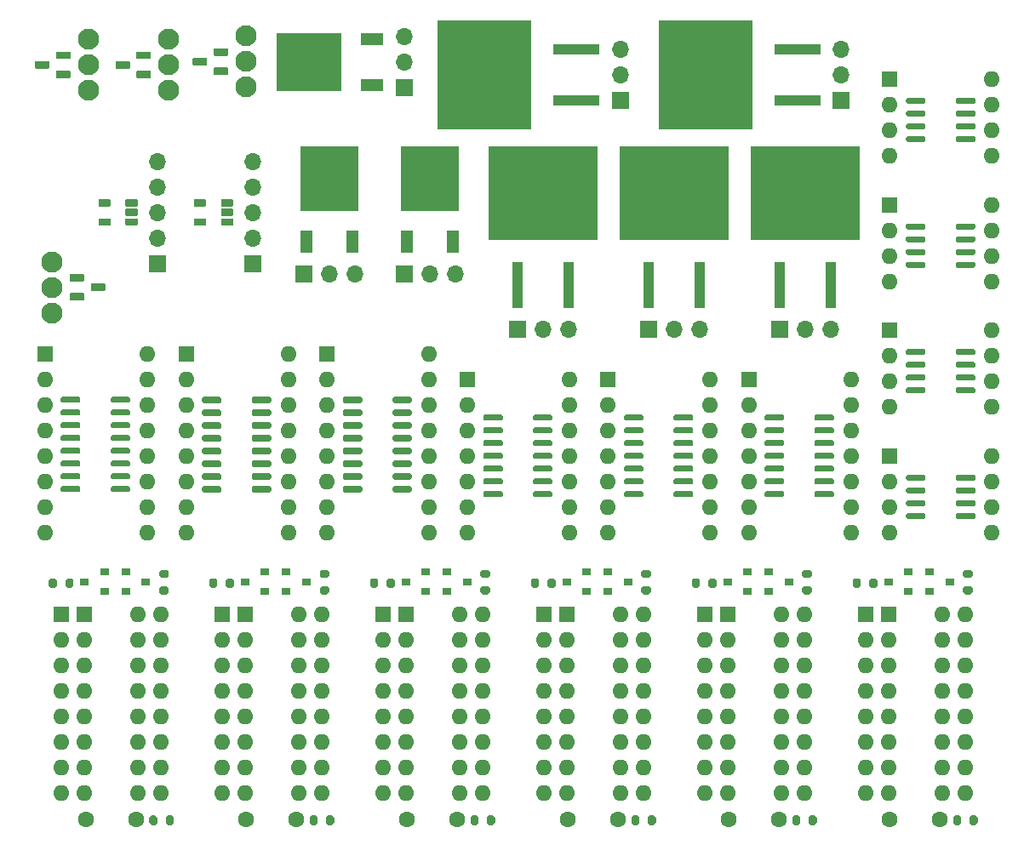
<source format=gbr>
%TF.GenerationSoftware,KiCad,Pcbnew,5.1.10-88a1d61d58~88~ubuntu18.04.1*%
%TF.CreationDate,2021-06-05T11:20:38+02:00*%
%TF.ProjectId,panel2,70616e65-6c32-42e6-9b69-6361645f7063,rev?*%
%TF.SameCoordinates,Original*%
%TF.FileFunction,Soldermask,Top*%
%TF.FilePolarity,Negative*%
%FSLAX46Y46*%
G04 Gerber Fmt 4.6, Leading zero omitted, Abs format (unit mm)*
G04 Created by KiCad (PCBNEW 5.1.10-88a1d61d58~88~ubuntu18.04.1) date 2021-06-05 11:20:38*
%MOMM*%
%LPD*%
G01*
G04 APERTURE LIST*
%ADD10C,2.100000*%
%ADD11O,1.700000X1.700000*%
%ADD12R,1.700000X1.700000*%
%ADD13R,6.400000X5.800000*%
%ADD14R,2.200000X1.200000*%
%ADD15R,5.800000X6.400000*%
%ADD16R,1.200000X2.200000*%
%ADD17R,9.400000X10.800000*%
%ADD18R,4.600000X1.100000*%
%ADD19R,10.800000X9.400000*%
%ADD20R,1.100000X4.600000*%
%ADD21O,1.600000X1.600000*%
%ADD22R,1.600000X1.600000*%
%ADD23C,1.600000*%
%ADD24R,0.900000X0.800000*%
G04 APERTURE END LIST*
D10*
%TO.C,23*%
X101666000Y-68104000D03*
X101666000Y-65564000D03*
X101666000Y-63024000D03*
%TD*%
%TO.C,SOT*%
G36*
G01*
X103452000Y-64914000D02*
X103452000Y-64314000D01*
G75*
G02*
X103522000Y-64244000I70000J0D01*
G01*
X104822000Y-64244000D01*
G75*
G02*
X104892000Y-64314000I0J-70000D01*
G01*
X104892000Y-64914000D01*
G75*
G02*
X104822000Y-64984000I-70000J0D01*
G01*
X103522000Y-64984000D01*
G75*
G02*
X103452000Y-64914000I0J70000D01*
G01*
G37*
G36*
G01*
X103452000Y-66814000D02*
X103452000Y-66214000D01*
G75*
G02*
X103522000Y-66144000I70000J0D01*
G01*
X104822000Y-66144000D01*
G75*
G02*
X104892000Y-66214000I0J-70000D01*
G01*
X104892000Y-66814000D01*
G75*
G02*
X104822000Y-66884000I-70000J0D01*
G01*
X103522000Y-66884000D01*
G75*
G02*
X103452000Y-66814000I0J70000D01*
G01*
G37*
G36*
G01*
X105552000Y-65864000D02*
X105552000Y-65264000D01*
G75*
G02*
X105622000Y-65194000I70000J0D01*
G01*
X106922000Y-65194000D01*
G75*
G02*
X106992000Y-65264000I0J-70000D01*
G01*
X106992000Y-65864000D01*
G75*
G02*
X106922000Y-65934000I-70000J0D01*
G01*
X105622000Y-65934000D01*
G75*
G02*
X105552000Y-65864000I0J70000D01*
G01*
G37*
%TD*%
%TO.C,23*%
X105334000Y-40896000D03*
X105334000Y-43436000D03*
X105334000Y-45976000D03*
%TD*%
%TO.C,SOT*%
G36*
G01*
X103548000Y-44086000D02*
X103548000Y-44686000D01*
G75*
G02*
X103478000Y-44756000I-70000J0D01*
G01*
X102178000Y-44756000D01*
G75*
G02*
X102108000Y-44686000I0J70000D01*
G01*
X102108000Y-44086000D01*
G75*
G02*
X102178000Y-44016000I70000J0D01*
G01*
X103478000Y-44016000D01*
G75*
G02*
X103548000Y-44086000I0J-70000D01*
G01*
G37*
G36*
G01*
X103548000Y-42186000D02*
X103548000Y-42786000D01*
G75*
G02*
X103478000Y-42856000I-70000J0D01*
G01*
X102178000Y-42856000D01*
G75*
G02*
X102108000Y-42786000I0J70000D01*
G01*
X102108000Y-42186000D01*
G75*
G02*
X102178000Y-42116000I70000J0D01*
G01*
X103478000Y-42116000D01*
G75*
G02*
X103548000Y-42186000I0J-70000D01*
G01*
G37*
G36*
G01*
X101448000Y-43136000D02*
X101448000Y-43736000D01*
G75*
G02*
X101378000Y-43806000I-70000J0D01*
G01*
X100078000Y-43806000D01*
G75*
G02*
X100008000Y-43736000I0J70000D01*
G01*
X100008000Y-43136000D01*
G75*
G02*
X100078000Y-43066000I70000J0D01*
G01*
X101378000Y-43066000D01*
G75*
G02*
X101448000Y-43136000I0J-70000D01*
G01*
G37*
%TD*%
%TO.C,23*%
X113334000Y-40896000D03*
X113334000Y-43436000D03*
X113334000Y-45976000D03*
%TD*%
%TO.C,SOT*%
G36*
G01*
X111548000Y-44086000D02*
X111548000Y-44686000D01*
G75*
G02*
X111478000Y-44756000I-70000J0D01*
G01*
X110178000Y-44756000D01*
G75*
G02*
X110108000Y-44686000I0J70000D01*
G01*
X110108000Y-44086000D01*
G75*
G02*
X110178000Y-44016000I70000J0D01*
G01*
X111478000Y-44016000D01*
G75*
G02*
X111548000Y-44086000I0J-70000D01*
G01*
G37*
G36*
G01*
X111548000Y-42186000D02*
X111548000Y-42786000D01*
G75*
G02*
X111478000Y-42856000I-70000J0D01*
G01*
X110178000Y-42856000D01*
G75*
G02*
X110108000Y-42786000I0J70000D01*
G01*
X110108000Y-42186000D01*
G75*
G02*
X110178000Y-42116000I70000J0D01*
G01*
X111478000Y-42116000D01*
G75*
G02*
X111548000Y-42186000I0J-70000D01*
G01*
G37*
G36*
G01*
X109448000Y-43136000D02*
X109448000Y-43736000D01*
G75*
G02*
X109378000Y-43806000I-70000J0D01*
G01*
X108078000Y-43806000D01*
G75*
G02*
X108008000Y-43736000I0J70000D01*
G01*
X108008000Y-43136000D01*
G75*
G02*
X108078000Y-43066000I70000J0D01*
G01*
X109378000Y-43066000D01*
G75*
G02*
X109448000Y-43136000I0J-70000D01*
G01*
G37*
%TD*%
D11*
%TO.C,REF\u002A\u002A*%
X112200000Y-53040000D03*
X112200000Y-55580000D03*
X112200000Y-58120000D03*
X112200000Y-60660000D03*
D12*
X112200000Y-63200000D03*
%TD*%
%TO.C, *%
G36*
G01*
X107438000Y-59440000D02*
X106388000Y-59440000D01*
G75*
G02*
X106318000Y-59370000I0J70000D01*
G01*
X106318000Y-58770000D01*
G75*
G02*
X106388000Y-58700000I70000J0D01*
G01*
X107438000Y-58700000D01*
G75*
G02*
X107508000Y-58770000I0J-70000D01*
G01*
X107508000Y-59370000D01*
G75*
G02*
X107438000Y-59440000I-70000J0D01*
G01*
G37*
G36*
G01*
X107438000Y-57540000D02*
X106388000Y-57540000D01*
G75*
G02*
X106318000Y-57470000I0J70000D01*
G01*
X106318000Y-56870000D01*
G75*
G02*
X106388000Y-56800000I70000J0D01*
G01*
X107438000Y-56800000D01*
G75*
G02*
X107508000Y-56870000I0J-70000D01*
G01*
X107508000Y-57470000D01*
G75*
G02*
X107438000Y-57540000I-70000J0D01*
G01*
G37*
G36*
G01*
X110138000Y-57540000D02*
X109088000Y-57540000D01*
G75*
G02*
X109018000Y-57470000I0J70000D01*
G01*
X109018000Y-56870000D01*
G75*
G02*
X109088000Y-56800000I70000J0D01*
G01*
X110138000Y-56800000D01*
G75*
G02*
X110208000Y-56870000I0J-70000D01*
G01*
X110208000Y-57470000D01*
G75*
G02*
X110138000Y-57540000I-70000J0D01*
G01*
G37*
G36*
G01*
X110138000Y-58490000D02*
X109088000Y-58490000D01*
G75*
G02*
X109018000Y-58420000I0J70000D01*
G01*
X109018000Y-57820000D01*
G75*
G02*
X109088000Y-57750000I70000J0D01*
G01*
X110138000Y-57750000D01*
G75*
G02*
X110208000Y-57820000I0J-70000D01*
G01*
X110208000Y-58420000D01*
G75*
G02*
X110138000Y-58490000I-70000J0D01*
G01*
G37*
G36*
G01*
X110138000Y-59440000D02*
X109088000Y-59440000D01*
G75*
G02*
X109018000Y-59370000I0J70000D01*
G01*
X109018000Y-58770000D01*
G75*
G02*
X109088000Y-58700000I70000J0D01*
G01*
X110138000Y-58700000D01*
G75*
G02*
X110208000Y-58770000I0J-70000D01*
G01*
X110208000Y-59370000D01*
G75*
G02*
X110138000Y-59440000I-70000J0D01*
G01*
G37*
%TD*%
D11*
%TO.C,REF\u002A\u002A*%
X121700000Y-53040000D03*
X121700000Y-55580000D03*
X121700000Y-58120000D03*
X121700000Y-60660000D03*
D12*
X121700000Y-63200000D03*
%TD*%
%TO.C, *%
G36*
G01*
X116938000Y-59440000D02*
X115888000Y-59440000D01*
G75*
G02*
X115818000Y-59370000I0J70000D01*
G01*
X115818000Y-58770000D01*
G75*
G02*
X115888000Y-58700000I70000J0D01*
G01*
X116938000Y-58700000D01*
G75*
G02*
X117008000Y-58770000I0J-70000D01*
G01*
X117008000Y-59370000D01*
G75*
G02*
X116938000Y-59440000I-70000J0D01*
G01*
G37*
G36*
G01*
X116938000Y-57540000D02*
X115888000Y-57540000D01*
G75*
G02*
X115818000Y-57470000I0J70000D01*
G01*
X115818000Y-56870000D01*
G75*
G02*
X115888000Y-56800000I70000J0D01*
G01*
X116938000Y-56800000D01*
G75*
G02*
X117008000Y-56870000I0J-70000D01*
G01*
X117008000Y-57470000D01*
G75*
G02*
X116938000Y-57540000I-70000J0D01*
G01*
G37*
G36*
G01*
X119638000Y-57540000D02*
X118588000Y-57540000D01*
G75*
G02*
X118518000Y-57470000I0J70000D01*
G01*
X118518000Y-56870000D01*
G75*
G02*
X118588000Y-56800000I70000J0D01*
G01*
X119638000Y-56800000D01*
G75*
G02*
X119708000Y-56870000I0J-70000D01*
G01*
X119708000Y-57470000D01*
G75*
G02*
X119638000Y-57540000I-70000J0D01*
G01*
G37*
G36*
G01*
X119638000Y-58490000D02*
X118588000Y-58490000D01*
G75*
G02*
X118518000Y-58420000I0J70000D01*
G01*
X118518000Y-57820000D01*
G75*
G02*
X118588000Y-57750000I70000J0D01*
G01*
X119638000Y-57750000D01*
G75*
G02*
X119708000Y-57820000I0J-70000D01*
G01*
X119708000Y-58420000D01*
G75*
G02*
X119638000Y-58490000I-70000J0D01*
G01*
G37*
G36*
G01*
X119638000Y-59440000D02*
X118588000Y-59440000D01*
G75*
G02*
X118518000Y-59370000I0J70000D01*
G01*
X118518000Y-58770000D01*
G75*
G02*
X118588000Y-58700000I70000J0D01*
G01*
X119638000Y-58700000D01*
G75*
G02*
X119708000Y-58770000I0J-70000D01*
G01*
X119708000Y-59370000D01*
G75*
G02*
X119638000Y-59440000I-70000J0D01*
G01*
G37*
%TD*%
D13*
%TO.C,DPAK*%
X127256000Y-43182000D03*
D14*
X133556000Y-40902000D03*
X133556000Y-45462000D03*
%TD*%
D11*
%TO.C,MAF*%
X136722000Y-40642000D03*
X136722000Y-43182000D03*
D12*
X136722000Y-45722000D03*
%TD*%
D15*
%TO.C,DPAK*%
X129318000Y-54756000D03*
D16*
X131598000Y-61056000D03*
X127038000Y-61056000D03*
%TD*%
D11*
%TO.C,MAF*%
X131858000Y-64222000D03*
X129318000Y-64222000D03*
D12*
X126778000Y-64222000D03*
%TD*%
D15*
%TO.C,DPAK*%
X139318000Y-54756000D03*
D16*
X141598000Y-61056000D03*
X137038000Y-61056000D03*
%TD*%
D11*
%TO.C,MAF*%
X141858000Y-64222000D03*
X139318000Y-64222000D03*
D12*
X136778000Y-64222000D03*
%TD*%
D11*
%TO.C,D2PAK*%
X158222000Y-41872000D03*
X158222000Y-44412000D03*
D12*
X158222000Y-46952000D03*
%TD*%
D17*
%TO.C,MAF*%
X144687000Y-44412000D03*
D18*
X153837000Y-41872000D03*
X153837000Y-46952000D03*
%TD*%
D11*
%TO.C,D2PAK*%
X180222000Y-41872000D03*
X180222000Y-44412000D03*
D12*
X180222000Y-46952000D03*
%TD*%
D17*
%TO.C,MAF*%
X166687000Y-44412000D03*
D18*
X175837000Y-41872000D03*
X175837000Y-46952000D03*
%TD*%
D11*
%TO.C,D2PAK*%
X153128000Y-69722000D03*
X150588000Y-69722000D03*
D12*
X148048000Y-69722000D03*
%TD*%
D19*
%TO.C,MAF*%
X150588000Y-56187000D03*
D20*
X153128000Y-65337000D03*
X148048000Y-65337000D03*
%TD*%
D11*
%TO.C,D2PAK*%
X166128000Y-69722000D03*
X163588000Y-69722000D03*
D12*
X161048000Y-69722000D03*
%TD*%
D19*
%TO.C,MAF*%
X163588000Y-56187000D03*
D20*
X166128000Y-65337000D03*
X161048000Y-65337000D03*
%TD*%
D11*
%TO.C,D2PAK*%
X179128000Y-69722000D03*
X176588000Y-69722000D03*
D12*
X174048000Y-69722000D03*
%TD*%
D19*
%TO.C,MAF*%
X176588000Y-56187000D03*
D20*
X179128000Y-65337000D03*
X174048000Y-65337000D03*
%TD*%
%TO.C,8*%
G36*
G01*
X191596000Y-47165000D02*
X191596000Y-46865000D01*
G75*
G02*
X191746000Y-46715000I150000J0D01*
G01*
X193396000Y-46715000D01*
G75*
G02*
X193546000Y-46865000I0J-150000D01*
G01*
X193546000Y-47165000D01*
G75*
G02*
X193396000Y-47315000I-150000J0D01*
G01*
X191746000Y-47315000D01*
G75*
G02*
X191596000Y-47165000I0J150000D01*
G01*
G37*
G36*
G01*
X191596000Y-48435000D02*
X191596000Y-48135000D01*
G75*
G02*
X191746000Y-47985000I150000J0D01*
G01*
X193396000Y-47985000D01*
G75*
G02*
X193546000Y-48135000I0J-150000D01*
G01*
X193546000Y-48435000D01*
G75*
G02*
X193396000Y-48585000I-150000J0D01*
G01*
X191746000Y-48585000D01*
G75*
G02*
X191596000Y-48435000I0J150000D01*
G01*
G37*
G36*
G01*
X191596000Y-49705000D02*
X191596000Y-49405000D01*
G75*
G02*
X191746000Y-49255000I150000J0D01*
G01*
X193396000Y-49255000D01*
G75*
G02*
X193546000Y-49405000I0J-150000D01*
G01*
X193546000Y-49705000D01*
G75*
G02*
X193396000Y-49855000I-150000J0D01*
G01*
X191746000Y-49855000D01*
G75*
G02*
X191596000Y-49705000I0J150000D01*
G01*
G37*
G36*
G01*
X191596000Y-50975000D02*
X191596000Y-50675000D01*
G75*
G02*
X191746000Y-50525000I150000J0D01*
G01*
X193396000Y-50525000D01*
G75*
G02*
X193546000Y-50675000I0J-150000D01*
G01*
X193546000Y-50975000D01*
G75*
G02*
X193396000Y-51125000I-150000J0D01*
G01*
X191746000Y-51125000D01*
G75*
G02*
X191596000Y-50975000I0J150000D01*
G01*
G37*
G36*
G01*
X186646000Y-50975000D02*
X186646000Y-50675000D01*
G75*
G02*
X186796000Y-50525000I150000J0D01*
G01*
X188446000Y-50525000D01*
G75*
G02*
X188596000Y-50675000I0J-150000D01*
G01*
X188596000Y-50975000D01*
G75*
G02*
X188446000Y-51125000I-150000J0D01*
G01*
X186796000Y-51125000D01*
G75*
G02*
X186646000Y-50975000I0J150000D01*
G01*
G37*
G36*
G01*
X186646000Y-49705000D02*
X186646000Y-49405000D01*
G75*
G02*
X186796000Y-49255000I150000J0D01*
G01*
X188446000Y-49255000D01*
G75*
G02*
X188596000Y-49405000I0J-150000D01*
G01*
X188596000Y-49705000D01*
G75*
G02*
X188446000Y-49855000I-150000J0D01*
G01*
X186796000Y-49855000D01*
G75*
G02*
X186646000Y-49705000I0J150000D01*
G01*
G37*
G36*
G01*
X186646000Y-48435000D02*
X186646000Y-48135000D01*
G75*
G02*
X186796000Y-47985000I150000J0D01*
G01*
X188446000Y-47985000D01*
G75*
G02*
X188596000Y-48135000I0J-150000D01*
G01*
X188596000Y-48435000D01*
G75*
G02*
X188446000Y-48585000I-150000J0D01*
G01*
X186796000Y-48585000D01*
G75*
G02*
X186646000Y-48435000I0J150000D01*
G01*
G37*
G36*
G01*
X186646000Y-47165000D02*
X186646000Y-46865000D01*
G75*
G02*
X186796000Y-46715000I150000J0D01*
G01*
X188446000Y-46715000D01*
G75*
G02*
X188596000Y-46865000I0J-150000D01*
G01*
X188596000Y-47165000D01*
G75*
G02*
X188446000Y-47315000I-150000J0D01*
G01*
X186796000Y-47315000D01*
G75*
G02*
X186646000Y-47165000I0J150000D01*
G01*
G37*
%TD*%
D21*
%TO.C,MAF*%
X195176000Y-44856000D03*
X185016000Y-52476000D03*
X195176000Y-47396000D03*
X185016000Y-49936000D03*
X195176000Y-49936000D03*
X185016000Y-47396000D03*
X195176000Y-52476000D03*
D22*
X185016000Y-44856000D03*
%TD*%
%TO.C,8*%
G36*
G01*
X191596000Y-59665000D02*
X191596000Y-59365000D01*
G75*
G02*
X191746000Y-59215000I150000J0D01*
G01*
X193396000Y-59215000D01*
G75*
G02*
X193546000Y-59365000I0J-150000D01*
G01*
X193546000Y-59665000D01*
G75*
G02*
X193396000Y-59815000I-150000J0D01*
G01*
X191746000Y-59815000D01*
G75*
G02*
X191596000Y-59665000I0J150000D01*
G01*
G37*
G36*
G01*
X191596000Y-60935000D02*
X191596000Y-60635000D01*
G75*
G02*
X191746000Y-60485000I150000J0D01*
G01*
X193396000Y-60485000D01*
G75*
G02*
X193546000Y-60635000I0J-150000D01*
G01*
X193546000Y-60935000D01*
G75*
G02*
X193396000Y-61085000I-150000J0D01*
G01*
X191746000Y-61085000D01*
G75*
G02*
X191596000Y-60935000I0J150000D01*
G01*
G37*
G36*
G01*
X191596000Y-62205000D02*
X191596000Y-61905000D01*
G75*
G02*
X191746000Y-61755000I150000J0D01*
G01*
X193396000Y-61755000D01*
G75*
G02*
X193546000Y-61905000I0J-150000D01*
G01*
X193546000Y-62205000D01*
G75*
G02*
X193396000Y-62355000I-150000J0D01*
G01*
X191746000Y-62355000D01*
G75*
G02*
X191596000Y-62205000I0J150000D01*
G01*
G37*
G36*
G01*
X191596000Y-63475000D02*
X191596000Y-63175000D01*
G75*
G02*
X191746000Y-63025000I150000J0D01*
G01*
X193396000Y-63025000D01*
G75*
G02*
X193546000Y-63175000I0J-150000D01*
G01*
X193546000Y-63475000D01*
G75*
G02*
X193396000Y-63625000I-150000J0D01*
G01*
X191746000Y-63625000D01*
G75*
G02*
X191596000Y-63475000I0J150000D01*
G01*
G37*
G36*
G01*
X186646000Y-63475000D02*
X186646000Y-63175000D01*
G75*
G02*
X186796000Y-63025000I150000J0D01*
G01*
X188446000Y-63025000D01*
G75*
G02*
X188596000Y-63175000I0J-150000D01*
G01*
X188596000Y-63475000D01*
G75*
G02*
X188446000Y-63625000I-150000J0D01*
G01*
X186796000Y-63625000D01*
G75*
G02*
X186646000Y-63475000I0J150000D01*
G01*
G37*
G36*
G01*
X186646000Y-62205000D02*
X186646000Y-61905000D01*
G75*
G02*
X186796000Y-61755000I150000J0D01*
G01*
X188446000Y-61755000D01*
G75*
G02*
X188596000Y-61905000I0J-150000D01*
G01*
X188596000Y-62205000D01*
G75*
G02*
X188446000Y-62355000I-150000J0D01*
G01*
X186796000Y-62355000D01*
G75*
G02*
X186646000Y-62205000I0J150000D01*
G01*
G37*
G36*
G01*
X186646000Y-60935000D02*
X186646000Y-60635000D01*
G75*
G02*
X186796000Y-60485000I150000J0D01*
G01*
X188446000Y-60485000D01*
G75*
G02*
X188596000Y-60635000I0J-150000D01*
G01*
X188596000Y-60935000D01*
G75*
G02*
X188446000Y-61085000I-150000J0D01*
G01*
X186796000Y-61085000D01*
G75*
G02*
X186646000Y-60935000I0J150000D01*
G01*
G37*
G36*
G01*
X186646000Y-59665000D02*
X186646000Y-59365000D01*
G75*
G02*
X186796000Y-59215000I150000J0D01*
G01*
X188446000Y-59215000D01*
G75*
G02*
X188596000Y-59365000I0J-150000D01*
G01*
X188596000Y-59665000D01*
G75*
G02*
X188446000Y-59815000I-150000J0D01*
G01*
X186796000Y-59815000D01*
G75*
G02*
X186646000Y-59665000I0J150000D01*
G01*
G37*
%TD*%
D21*
%TO.C,MAF*%
X195176000Y-57356000D03*
X185016000Y-64976000D03*
X195176000Y-59896000D03*
X185016000Y-62436000D03*
X195176000Y-62436000D03*
X185016000Y-59896000D03*
X195176000Y-64976000D03*
D22*
X185016000Y-57356000D03*
%TD*%
%TO.C,8*%
G36*
G01*
X191596000Y-72165000D02*
X191596000Y-71865000D01*
G75*
G02*
X191746000Y-71715000I150000J0D01*
G01*
X193396000Y-71715000D01*
G75*
G02*
X193546000Y-71865000I0J-150000D01*
G01*
X193546000Y-72165000D01*
G75*
G02*
X193396000Y-72315000I-150000J0D01*
G01*
X191746000Y-72315000D01*
G75*
G02*
X191596000Y-72165000I0J150000D01*
G01*
G37*
G36*
G01*
X191596000Y-73435000D02*
X191596000Y-73135000D01*
G75*
G02*
X191746000Y-72985000I150000J0D01*
G01*
X193396000Y-72985000D01*
G75*
G02*
X193546000Y-73135000I0J-150000D01*
G01*
X193546000Y-73435000D01*
G75*
G02*
X193396000Y-73585000I-150000J0D01*
G01*
X191746000Y-73585000D01*
G75*
G02*
X191596000Y-73435000I0J150000D01*
G01*
G37*
G36*
G01*
X191596000Y-74705000D02*
X191596000Y-74405000D01*
G75*
G02*
X191746000Y-74255000I150000J0D01*
G01*
X193396000Y-74255000D01*
G75*
G02*
X193546000Y-74405000I0J-150000D01*
G01*
X193546000Y-74705000D01*
G75*
G02*
X193396000Y-74855000I-150000J0D01*
G01*
X191746000Y-74855000D01*
G75*
G02*
X191596000Y-74705000I0J150000D01*
G01*
G37*
G36*
G01*
X191596000Y-75975000D02*
X191596000Y-75675000D01*
G75*
G02*
X191746000Y-75525000I150000J0D01*
G01*
X193396000Y-75525000D01*
G75*
G02*
X193546000Y-75675000I0J-150000D01*
G01*
X193546000Y-75975000D01*
G75*
G02*
X193396000Y-76125000I-150000J0D01*
G01*
X191746000Y-76125000D01*
G75*
G02*
X191596000Y-75975000I0J150000D01*
G01*
G37*
G36*
G01*
X186646000Y-75975000D02*
X186646000Y-75675000D01*
G75*
G02*
X186796000Y-75525000I150000J0D01*
G01*
X188446000Y-75525000D01*
G75*
G02*
X188596000Y-75675000I0J-150000D01*
G01*
X188596000Y-75975000D01*
G75*
G02*
X188446000Y-76125000I-150000J0D01*
G01*
X186796000Y-76125000D01*
G75*
G02*
X186646000Y-75975000I0J150000D01*
G01*
G37*
G36*
G01*
X186646000Y-74705000D02*
X186646000Y-74405000D01*
G75*
G02*
X186796000Y-74255000I150000J0D01*
G01*
X188446000Y-74255000D01*
G75*
G02*
X188596000Y-74405000I0J-150000D01*
G01*
X188596000Y-74705000D01*
G75*
G02*
X188446000Y-74855000I-150000J0D01*
G01*
X186796000Y-74855000D01*
G75*
G02*
X186646000Y-74705000I0J150000D01*
G01*
G37*
G36*
G01*
X186646000Y-73435000D02*
X186646000Y-73135000D01*
G75*
G02*
X186796000Y-72985000I150000J0D01*
G01*
X188446000Y-72985000D01*
G75*
G02*
X188596000Y-73135000I0J-150000D01*
G01*
X188596000Y-73435000D01*
G75*
G02*
X188446000Y-73585000I-150000J0D01*
G01*
X186796000Y-73585000D01*
G75*
G02*
X186646000Y-73435000I0J150000D01*
G01*
G37*
G36*
G01*
X186646000Y-72165000D02*
X186646000Y-71865000D01*
G75*
G02*
X186796000Y-71715000I150000J0D01*
G01*
X188446000Y-71715000D01*
G75*
G02*
X188596000Y-71865000I0J-150000D01*
G01*
X188596000Y-72165000D01*
G75*
G02*
X188446000Y-72315000I-150000J0D01*
G01*
X186796000Y-72315000D01*
G75*
G02*
X186646000Y-72165000I0J150000D01*
G01*
G37*
%TD*%
D21*
%TO.C,MAF*%
X195176000Y-69856000D03*
X185016000Y-77476000D03*
X195176000Y-72396000D03*
X185016000Y-74936000D03*
X195176000Y-74936000D03*
X185016000Y-72396000D03*
X195176000Y-77476000D03*
D22*
X185016000Y-69856000D03*
%TD*%
%TO.C,8*%
G36*
G01*
X191596000Y-84665000D02*
X191596000Y-84365000D01*
G75*
G02*
X191746000Y-84215000I150000J0D01*
G01*
X193396000Y-84215000D01*
G75*
G02*
X193546000Y-84365000I0J-150000D01*
G01*
X193546000Y-84665000D01*
G75*
G02*
X193396000Y-84815000I-150000J0D01*
G01*
X191746000Y-84815000D01*
G75*
G02*
X191596000Y-84665000I0J150000D01*
G01*
G37*
G36*
G01*
X191596000Y-85935000D02*
X191596000Y-85635000D01*
G75*
G02*
X191746000Y-85485000I150000J0D01*
G01*
X193396000Y-85485000D01*
G75*
G02*
X193546000Y-85635000I0J-150000D01*
G01*
X193546000Y-85935000D01*
G75*
G02*
X193396000Y-86085000I-150000J0D01*
G01*
X191746000Y-86085000D01*
G75*
G02*
X191596000Y-85935000I0J150000D01*
G01*
G37*
G36*
G01*
X191596000Y-87205000D02*
X191596000Y-86905000D01*
G75*
G02*
X191746000Y-86755000I150000J0D01*
G01*
X193396000Y-86755000D01*
G75*
G02*
X193546000Y-86905000I0J-150000D01*
G01*
X193546000Y-87205000D01*
G75*
G02*
X193396000Y-87355000I-150000J0D01*
G01*
X191746000Y-87355000D01*
G75*
G02*
X191596000Y-87205000I0J150000D01*
G01*
G37*
G36*
G01*
X191596000Y-88475000D02*
X191596000Y-88175000D01*
G75*
G02*
X191746000Y-88025000I150000J0D01*
G01*
X193396000Y-88025000D01*
G75*
G02*
X193546000Y-88175000I0J-150000D01*
G01*
X193546000Y-88475000D01*
G75*
G02*
X193396000Y-88625000I-150000J0D01*
G01*
X191746000Y-88625000D01*
G75*
G02*
X191596000Y-88475000I0J150000D01*
G01*
G37*
G36*
G01*
X186646000Y-88475000D02*
X186646000Y-88175000D01*
G75*
G02*
X186796000Y-88025000I150000J0D01*
G01*
X188446000Y-88025000D01*
G75*
G02*
X188596000Y-88175000I0J-150000D01*
G01*
X188596000Y-88475000D01*
G75*
G02*
X188446000Y-88625000I-150000J0D01*
G01*
X186796000Y-88625000D01*
G75*
G02*
X186646000Y-88475000I0J150000D01*
G01*
G37*
G36*
G01*
X186646000Y-87205000D02*
X186646000Y-86905000D01*
G75*
G02*
X186796000Y-86755000I150000J0D01*
G01*
X188446000Y-86755000D01*
G75*
G02*
X188596000Y-86905000I0J-150000D01*
G01*
X188596000Y-87205000D01*
G75*
G02*
X188446000Y-87355000I-150000J0D01*
G01*
X186796000Y-87355000D01*
G75*
G02*
X186646000Y-87205000I0J150000D01*
G01*
G37*
G36*
G01*
X186646000Y-85935000D02*
X186646000Y-85635000D01*
G75*
G02*
X186796000Y-85485000I150000J0D01*
G01*
X188446000Y-85485000D01*
G75*
G02*
X188596000Y-85635000I0J-150000D01*
G01*
X188596000Y-85935000D01*
G75*
G02*
X188446000Y-86085000I-150000J0D01*
G01*
X186796000Y-86085000D01*
G75*
G02*
X186646000Y-85935000I0J150000D01*
G01*
G37*
G36*
G01*
X186646000Y-84665000D02*
X186646000Y-84365000D01*
G75*
G02*
X186796000Y-84215000I150000J0D01*
G01*
X188446000Y-84215000D01*
G75*
G02*
X188596000Y-84365000I0J-150000D01*
G01*
X188596000Y-84665000D01*
G75*
G02*
X188446000Y-84815000I-150000J0D01*
G01*
X186796000Y-84815000D01*
G75*
G02*
X186646000Y-84665000I0J150000D01*
G01*
G37*
%TD*%
D21*
%TO.C,MAF*%
X195176000Y-82356000D03*
X185016000Y-89976000D03*
X195176000Y-84896000D03*
X185016000Y-87436000D03*
X195176000Y-87436000D03*
X185016000Y-84896000D03*
X195176000Y-89976000D03*
D22*
X185016000Y-82356000D03*
%TD*%
%TO.C,14*%
G36*
G01*
X177531000Y-78696000D02*
X177531000Y-78396000D01*
G75*
G02*
X177681000Y-78246000I150000J0D01*
G01*
X179331000Y-78246000D01*
G75*
G02*
X179481000Y-78396000I0J-150000D01*
G01*
X179481000Y-78696000D01*
G75*
G02*
X179331000Y-78846000I-150000J0D01*
G01*
X177681000Y-78846000D01*
G75*
G02*
X177531000Y-78696000I0J150000D01*
G01*
G37*
G36*
G01*
X177531000Y-79966000D02*
X177531000Y-79666000D01*
G75*
G02*
X177681000Y-79516000I150000J0D01*
G01*
X179331000Y-79516000D01*
G75*
G02*
X179481000Y-79666000I0J-150000D01*
G01*
X179481000Y-79966000D01*
G75*
G02*
X179331000Y-80116000I-150000J0D01*
G01*
X177681000Y-80116000D01*
G75*
G02*
X177531000Y-79966000I0J150000D01*
G01*
G37*
G36*
G01*
X177531000Y-81236000D02*
X177531000Y-80936000D01*
G75*
G02*
X177681000Y-80786000I150000J0D01*
G01*
X179331000Y-80786000D01*
G75*
G02*
X179481000Y-80936000I0J-150000D01*
G01*
X179481000Y-81236000D01*
G75*
G02*
X179331000Y-81386000I-150000J0D01*
G01*
X177681000Y-81386000D01*
G75*
G02*
X177531000Y-81236000I0J150000D01*
G01*
G37*
G36*
G01*
X177531000Y-82506000D02*
X177531000Y-82206000D01*
G75*
G02*
X177681000Y-82056000I150000J0D01*
G01*
X179331000Y-82056000D01*
G75*
G02*
X179481000Y-82206000I0J-150000D01*
G01*
X179481000Y-82506000D01*
G75*
G02*
X179331000Y-82656000I-150000J0D01*
G01*
X177681000Y-82656000D01*
G75*
G02*
X177531000Y-82506000I0J150000D01*
G01*
G37*
G36*
G01*
X177531000Y-83776000D02*
X177531000Y-83476000D01*
G75*
G02*
X177681000Y-83326000I150000J0D01*
G01*
X179331000Y-83326000D01*
G75*
G02*
X179481000Y-83476000I0J-150000D01*
G01*
X179481000Y-83776000D01*
G75*
G02*
X179331000Y-83926000I-150000J0D01*
G01*
X177681000Y-83926000D01*
G75*
G02*
X177531000Y-83776000I0J150000D01*
G01*
G37*
G36*
G01*
X177531000Y-85046000D02*
X177531000Y-84746000D01*
G75*
G02*
X177681000Y-84596000I150000J0D01*
G01*
X179331000Y-84596000D01*
G75*
G02*
X179481000Y-84746000I0J-150000D01*
G01*
X179481000Y-85046000D01*
G75*
G02*
X179331000Y-85196000I-150000J0D01*
G01*
X177681000Y-85196000D01*
G75*
G02*
X177531000Y-85046000I0J150000D01*
G01*
G37*
G36*
G01*
X177531000Y-86316000D02*
X177531000Y-86016000D01*
G75*
G02*
X177681000Y-85866000I150000J0D01*
G01*
X179331000Y-85866000D01*
G75*
G02*
X179481000Y-86016000I0J-150000D01*
G01*
X179481000Y-86316000D01*
G75*
G02*
X179331000Y-86466000I-150000J0D01*
G01*
X177681000Y-86466000D01*
G75*
G02*
X177531000Y-86316000I0J150000D01*
G01*
G37*
G36*
G01*
X172581000Y-86316000D02*
X172581000Y-86016000D01*
G75*
G02*
X172731000Y-85866000I150000J0D01*
G01*
X174381000Y-85866000D01*
G75*
G02*
X174531000Y-86016000I0J-150000D01*
G01*
X174531000Y-86316000D01*
G75*
G02*
X174381000Y-86466000I-150000J0D01*
G01*
X172731000Y-86466000D01*
G75*
G02*
X172581000Y-86316000I0J150000D01*
G01*
G37*
G36*
G01*
X172581000Y-85046000D02*
X172581000Y-84746000D01*
G75*
G02*
X172731000Y-84596000I150000J0D01*
G01*
X174381000Y-84596000D01*
G75*
G02*
X174531000Y-84746000I0J-150000D01*
G01*
X174531000Y-85046000D01*
G75*
G02*
X174381000Y-85196000I-150000J0D01*
G01*
X172731000Y-85196000D01*
G75*
G02*
X172581000Y-85046000I0J150000D01*
G01*
G37*
G36*
G01*
X172581000Y-83776000D02*
X172581000Y-83476000D01*
G75*
G02*
X172731000Y-83326000I150000J0D01*
G01*
X174381000Y-83326000D01*
G75*
G02*
X174531000Y-83476000I0J-150000D01*
G01*
X174531000Y-83776000D01*
G75*
G02*
X174381000Y-83926000I-150000J0D01*
G01*
X172731000Y-83926000D01*
G75*
G02*
X172581000Y-83776000I0J150000D01*
G01*
G37*
G36*
G01*
X172581000Y-82506000D02*
X172581000Y-82206000D01*
G75*
G02*
X172731000Y-82056000I150000J0D01*
G01*
X174381000Y-82056000D01*
G75*
G02*
X174531000Y-82206000I0J-150000D01*
G01*
X174531000Y-82506000D01*
G75*
G02*
X174381000Y-82656000I-150000J0D01*
G01*
X172731000Y-82656000D01*
G75*
G02*
X172581000Y-82506000I0J150000D01*
G01*
G37*
G36*
G01*
X172581000Y-81236000D02*
X172581000Y-80936000D01*
G75*
G02*
X172731000Y-80786000I150000J0D01*
G01*
X174381000Y-80786000D01*
G75*
G02*
X174531000Y-80936000I0J-150000D01*
G01*
X174531000Y-81236000D01*
G75*
G02*
X174381000Y-81386000I-150000J0D01*
G01*
X172731000Y-81386000D01*
G75*
G02*
X172581000Y-81236000I0J150000D01*
G01*
G37*
G36*
G01*
X172581000Y-79966000D02*
X172581000Y-79666000D01*
G75*
G02*
X172731000Y-79516000I150000J0D01*
G01*
X174381000Y-79516000D01*
G75*
G02*
X174531000Y-79666000I0J-150000D01*
G01*
X174531000Y-79966000D01*
G75*
G02*
X174381000Y-80116000I-150000J0D01*
G01*
X172731000Y-80116000D01*
G75*
G02*
X172581000Y-79966000I0J150000D01*
G01*
G37*
G36*
G01*
X172581000Y-78696000D02*
X172581000Y-78396000D01*
G75*
G02*
X172731000Y-78246000I150000J0D01*
G01*
X174381000Y-78246000D01*
G75*
G02*
X174531000Y-78396000I0J-150000D01*
G01*
X174531000Y-78696000D01*
G75*
G02*
X174381000Y-78846000I-150000J0D01*
G01*
X172731000Y-78846000D01*
G75*
G02*
X172581000Y-78696000I0J150000D01*
G01*
G37*
%TD*%
D21*
%TO.C,MAF*%
X181176000Y-74736000D03*
X171016000Y-89976000D03*
X181176000Y-77276000D03*
X171016000Y-87436000D03*
X181176000Y-79816000D03*
X171016000Y-84896000D03*
X181176000Y-82356000D03*
X171016000Y-82356000D03*
X181176000Y-84896000D03*
X171016000Y-79816000D03*
X181176000Y-87436000D03*
X171016000Y-77276000D03*
X181176000Y-89976000D03*
D22*
X171016000Y-74736000D03*
%TD*%
%TO.C,14*%
G36*
G01*
X163531000Y-78696000D02*
X163531000Y-78396000D01*
G75*
G02*
X163681000Y-78246000I150000J0D01*
G01*
X165331000Y-78246000D01*
G75*
G02*
X165481000Y-78396000I0J-150000D01*
G01*
X165481000Y-78696000D01*
G75*
G02*
X165331000Y-78846000I-150000J0D01*
G01*
X163681000Y-78846000D01*
G75*
G02*
X163531000Y-78696000I0J150000D01*
G01*
G37*
G36*
G01*
X163531000Y-79966000D02*
X163531000Y-79666000D01*
G75*
G02*
X163681000Y-79516000I150000J0D01*
G01*
X165331000Y-79516000D01*
G75*
G02*
X165481000Y-79666000I0J-150000D01*
G01*
X165481000Y-79966000D01*
G75*
G02*
X165331000Y-80116000I-150000J0D01*
G01*
X163681000Y-80116000D01*
G75*
G02*
X163531000Y-79966000I0J150000D01*
G01*
G37*
G36*
G01*
X163531000Y-81236000D02*
X163531000Y-80936000D01*
G75*
G02*
X163681000Y-80786000I150000J0D01*
G01*
X165331000Y-80786000D01*
G75*
G02*
X165481000Y-80936000I0J-150000D01*
G01*
X165481000Y-81236000D01*
G75*
G02*
X165331000Y-81386000I-150000J0D01*
G01*
X163681000Y-81386000D01*
G75*
G02*
X163531000Y-81236000I0J150000D01*
G01*
G37*
G36*
G01*
X163531000Y-82506000D02*
X163531000Y-82206000D01*
G75*
G02*
X163681000Y-82056000I150000J0D01*
G01*
X165331000Y-82056000D01*
G75*
G02*
X165481000Y-82206000I0J-150000D01*
G01*
X165481000Y-82506000D01*
G75*
G02*
X165331000Y-82656000I-150000J0D01*
G01*
X163681000Y-82656000D01*
G75*
G02*
X163531000Y-82506000I0J150000D01*
G01*
G37*
G36*
G01*
X163531000Y-83776000D02*
X163531000Y-83476000D01*
G75*
G02*
X163681000Y-83326000I150000J0D01*
G01*
X165331000Y-83326000D01*
G75*
G02*
X165481000Y-83476000I0J-150000D01*
G01*
X165481000Y-83776000D01*
G75*
G02*
X165331000Y-83926000I-150000J0D01*
G01*
X163681000Y-83926000D01*
G75*
G02*
X163531000Y-83776000I0J150000D01*
G01*
G37*
G36*
G01*
X163531000Y-85046000D02*
X163531000Y-84746000D01*
G75*
G02*
X163681000Y-84596000I150000J0D01*
G01*
X165331000Y-84596000D01*
G75*
G02*
X165481000Y-84746000I0J-150000D01*
G01*
X165481000Y-85046000D01*
G75*
G02*
X165331000Y-85196000I-150000J0D01*
G01*
X163681000Y-85196000D01*
G75*
G02*
X163531000Y-85046000I0J150000D01*
G01*
G37*
G36*
G01*
X163531000Y-86316000D02*
X163531000Y-86016000D01*
G75*
G02*
X163681000Y-85866000I150000J0D01*
G01*
X165331000Y-85866000D01*
G75*
G02*
X165481000Y-86016000I0J-150000D01*
G01*
X165481000Y-86316000D01*
G75*
G02*
X165331000Y-86466000I-150000J0D01*
G01*
X163681000Y-86466000D01*
G75*
G02*
X163531000Y-86316000I0J150000D01*
G01*
G37*
G36*
G01*
X158581000Y-86316000D02*
X158581000Y-86016000D01*
G75*
G02*
X158731000Y-85866000I150000J0D01*
G01*
X160381000Y-85866000D01*
G75*
G02*
X160531000Y-86016000I0J-150000D01*
G01*
X160531000Y-86316000D01*
G75*
G02*
X160381000Y-86466000I-150000J0D01*
G01*
X158731000Y-86466000D01*
G75*
G02*
X158581000Y-86316000I0J150000D01*
G01*
G37*
G36*
G01*
X158581000Y-85046000D02*
X158581000Y-84746000D01*
G75*
G02*
X158731000Y-84596000I150000J0D01*
G01*
X160381000Y-84596000D01*
G75*
G02*
X160531000Y-84746000I0J-150000D01*
G01*
X160531000Y-85046000D01*
G75*
G02*
X160381000Y-85196000I-150000J0D01*
G01*
X158731000Y-85196000D01*
G75*
G02*
X158581000Y-85046000I0J150000D01*
G01*
G37*
G36*
G01*
X158581000Y-83776000D02*
X158581000Y-83476000D01*
G75*
G02*
X158731000Y-83326000I150000J0D01*
G01*
X160381000Y-83326000D01*
G75*
G02*
X160531000Y-83476000I0J-150000D01*
G01*
X160531000Y-83776000D01*
G75*
G02*
X160381000Y-83926000I-150000J0D01*
G01*
X158731000Y-83926000D01*
G75*
G02*
X158581000Y-83776000I0J150000D01*
G01*
G37*
G36*
G01*
X158581000Y-82506000D02*
X158581000Y-82206000D01*
G75*
G02*
X158731000Y-82056000I150000J0D01*
G01*
X160381000Y-82056000D01*
G75*
G02*
X160531000Y-82206000I0J-150000D01*
G01*
X160531000Y-82506000D01*
G75*
G02*
X160381000Y-82656000I-150000J0D01*
G01*
X158731000Y-82656000D01*
G75*
G02*
X158581000Y-82506000I0J150000D01*
G01*
G37*
G36*
G01*
X158581000Y-81236000D02*
X158581000Y-80936000D01*
G75*
G02*
X158731000Y-80786000I150000J0D01*
G01*
X160381000Y-80786000D01*
G75*
G02*
X160531000Y-80936000I0J-150000D01*
G01*
X160531000Y-81236000D01*
G75*
G02*
X160381000Y-81386000I-150000J0D01*
G01*
X158731000Y-81386000D01*
G75*
G02*
X158581000Y-81236000I0J150000D01*
G01*
G37*
G36*
G01*
X158581000Y-79966000D02*
X158581000Y-79666000D01*
G75*
G02*
X158731000Y-79516000I150000J0D01*
G01*
X160381000Y-79516000D01*
G75*
G02*
X160531000Y-79666000I0J-150000D01*
G01*
X160531000Y-79966000D01*
G75*
G02*
X160381000Y-80116000I-150000J0D01*
G01*
X158731000Y-80116000D01*
G75*
G02*
X158581000Y-79966000I0J150000D01*
G01*
G37*
G36*
G01*
X158581000Y-78696000D02*
X158581000Y-78396000D01*
G75*
G02*
X158731000Y-78246000I150000J0D01*
G01*
X160381000Y-78246000D01*
G75*
G02*
X160531000Y-78396000I0J-150000D01*
G01*
X160531000Y-78696000D01*
G75*
G02*
X160381000Y-78846000I-150000J0D01*
G01*
X158731000Y-78846000D01*
G75*
G02*
X158581000Y-78696000I0J150000D01*
G01*
G37*
%TD*%
D21*
%TO.C,MAF*%
X167176000Y-74736000D03*
X157016000Y-89976000D03*
X167176000Y-77276000D03*
X157016000Y-87436000D03*
X167176000Y-79816000D03*
X157016000Y-84896000D03*
X167176000Y-82356000D03*
X157016000Y-82356000D03*
X167176000Y-84896000D03*
X157016000Y-79816000D03*
X167176000Y-87436000D03*
X157016000Y-77276000D03*
X167176000Y-89976000D03*
D22*
X157016000Y-74736000D03*
%TD*%
%TO.C,14*%
G36*
G01*
X149531000Y-78696000D02*
X149531000Y-78396000D01*
G75*
G02*
X149681000Y-78246000I150000J0D01*
G01*
X151331000Y-78246000D01*
G75*
G02*
X151481000Y-78396000I0J-150000D01*
G01*
X151481000Y-78696000D01*
G75*
G02*
X151331000Y-78846000I-150000J0D01*
G01*
X149681000Y-78846000D01*
G75*
G02*
X149531000Y-78696000I0J150000D01*
G01*
G37*
G36*
G01*
X149531000Y-79966000D02*
X149531000Y-79666000D01*
G75*
G02*
X149681000Y-79516000I150000J0D01*
G01*
X151331000Y-79516000D01*
G75*
G02*
X151481000Y-79666000I0J-150000D01*
G01*
X151481000Y-79966000D01*
G75*
G02*
X151331000Y-80116000I-150000J0D01*
G01*
X149681000Y-80116000D01*
G75*
G02*
X149531000Y-79966000I0J150000D01*
G01*
G37*
G36*
G01*
X149531000Y-81236000D02*
X149531000Y-80936000D01*
G75*
G02*
X149681000Y-80786000I150000J0D01*
G01*
X151331000Y-80786000D01*
G75*
G02*
X151481000Y-80936000I0J-150000D01*
G01*
X151481000Y-81236000D01*
G75*
G02*
X151331000Y-81386000I-150000J0D01*
G01*
X149681000Y-81386000D01*
G75*
G02*
X149531000Y-81236000I0J150000D01*
G01*
G37*
G36*
G01*
X149531000Y-82506000D02*
X149531000Y-82206000D01*
G75*
G02*
X149681000Y-82056000I150000J0D01*
G01*
X151331000Y-82056000D01*
G75*
G02*
X151481000Y-82206000I0J-150000D01*
G01*
X151481000Y-82506000D01*
G75*
G02*
X151331000Y-82656000I-150000J0D01*
G01*
X149681000Y-82656000D01*
G75*
G02*
X149531000Y-82506000I0J150000D01*
G01*
G37*
G36*
G01*
X149531000Y-83776000D02*
X149531000Y-83476000D01*
G75*
G02*
X149681000Y-83326000I150000J0D01*
G01*
X151331000Y-83326000D01*
G75*
G02*
X151481000Y-83476000I0J-150000D01*
G01*
X151481000Y-83776000D01*
G75*
G02*
X151331000Y-83926000I-150000J0D01*
G01*
X149681000Y-83926000D01*
G75*
G02*
X149531000Y-83776000I0J150000D01*
G01*
G37*
G36*
G01*
X149531000Y-85046000D02*
X149531000Y-84746000D01*
G75*
G02*
X149681000Y-84596000I150000J0D01*
G01*
X151331000Y-84596000D01*
G75*
G02*
X151481000Y-84746000I0J-150000D01*
G01*
X151481000Y-85046000D01*
G75*
G02*
X151331000Y-85196000I-150000J0D01*
G01*
X149681000Y-85196000D01*
G75*
G02*
X149531000Y-85046000I0J150000D01*
G01*
G37*
G36*
G01*
X149531000Y-86316000D02*
X149531000Y-86016000D01*
G75*
G02*
X149681000Y-85866000I150000J0D01*
G01*
X151331000Y-85866000D01*
G75*
G02*
X151481000Y-86016000I0J-150000D01*
G01*
X151481000Y-86316000D01*
G75*
G02*
X151331000Y-86466000I-150000J0D01*
G01*
X149681000Y-86466000D01*
G75*
G02*
X149531000Y-86316000I0J150000D01*
G01*
G37*
G36*
G01*
X144581000Y-86316000D02*
X144581000Y-86016000D01*
G75*
G02*
X144731000Y-85866000I150000J0D01*
G01*
X146381000Y-85866000D01*
G75*
G02*
X146531000Y-86016000I0J-150000D01*
G01*
X146531000Y-86316000D01*
G75*
G02*
X146381000Y-86466000I-150000J0D01*
G01*
X144731000Y-86466000D01*
G75*
G02*
X144581000Y-86316000I0J150000D01*
G01*
G37*
G36*
G01*
X144581000Y-85046000D02*
X144581000Y-84746000D01*
G75*
G02*
X144731000Y-84596000I150000J0D01*
G01*
X146381000Y-84596000D01*
G75*
G02*
X146531000Y-84746000I0J-150000D01*
G01*
X146531000Y-85046000D01*
G75*
G02*
X146381000Y-85196000I-150000J0D01*
G01*
X144731000Y-85196000D01*
G75*
G02*
X144581000Y-85046000I0J150000D01*
G01*
G37*
G36*
G01*
X144581000Y-83776000D02*
X144581000Y-83476000D01*
G75*
G02*
X144731000Y-83326000I150000J0D01*
G01*
X146381000Y-83326000D01*
G75*
G02*
X146531000Y-83476000I0J-150000D01*
G01*
X146531000Y-83776000D01*
G75*
G02*
X146381000Y-83926000I-150000J0D01*
G01*
X144731000Y-83926000D01*
G75*
G02*
X144581000Y-83776000I0J150000D01*
G01*
G37*
G36*
G01*
X144581000Y-82506000D02*
X144581000Y-82206000D01*
G75*
G02*
X144731000Y-82056000I150000J0D01*
G01*
X146381000Y-82056000D01*
G75*
G02*
X146531000Y-82206000I0J-150000D01*
G01*
X146531000Y-82506000D01*
G75*
G02*
X146381000Y-82656000I-150000J0D01*
G01*
X144731000Y-82656000D01*
G75*
G02*
X144581000Y-82506000I0J150000D01*
G01*
G37*
G36*
G01*
X144581000Y-81236000D02*
X144581000Y-80936000D01*
G75*
G02*
X144731000Y-80786000I150000J0D01*
G01*
X146381000Y-80786000D01*
G75*
G02*
X146531000Y-80936000I0J-150000D01*
G01*
X146531000Y-81236000D01*
G75*
G02*
X146381000Y-81386000I-150000J0D01*
G01*
X144731000Y-81386000D01*
G75*
G02*
X144581000Y-81236000I0J150000D01*
G01*
G37*
G36*
G01*
X144581000Y-79966000D02*
X144581000Y-79666000D01*
G75*
G02*
X144731000Y-79516000I150000J0D01*
G01*
X146381000Y-79516000D01*
G75*
G02*
X146531000Y-79666000I0J-150000D01*
G01*
X146531000Y-79966000D01*
G75*
G02*
X146381000Y-80116000I-150000J0D01*
G01*
X144731000Y-80116000D01*
G75*
G02*
X144581000Y-79966000I0J150000D01*
G01*
G37*
G36*
G01*
X144581000Y-78696000D02*
X144581000Y-78396000D01*
G75*
G02*
X144731000Y-78246000I150000J0D01*
G01*
X146381000Y-78246000D01*
G75*
G02*
X146531000Y-78396000I0J-150000D01*
G01*
X146531000Y-78696000D01*
G75*
G02*
X146381000Y-78846000I-150000J0D01*
G01*
X144731000Y-78846000D01*
G75*
G02*
X144581000Y-78696000I0J150000D01*
G01*
G37*
%TD*%
D21*
%TO.C,MAF*%
X153176000Y-74736000D03*
X143016000Y-89976000D03*
X153176000Y-77276000D03*
X143016000Y-87436000D03*
X153176000Y-79816000D03*
X143016000Y-84896000D03*
X153176000Y-82356000D03*
X143016000Y-82356000D03*
X153176000Y-84896000D03*
X143016000Y-79816000D03*
X153176000Y-87436000D03*
X143016000Y-77276000D03*
X153176000Y-89976000D03*
D22*
X143016000Y-74736000D03*
%TD*%
%TO.C,16*%
G36*
G01*
X130615000Y-76922000D02*
X130615000Y-76622000D01*
G75*
G02*
X130765000Y-76472000I150000J0D01*
G01*
X132415000Y-76472000D01*
G75*
G02*
X132565000Y-76622000I0J-150000D01*
G01*
X132565000Y-76922000D01*
G75*
G02*
X132415000Y-77072000I-150000J0D01*
G01*
X130765000Y-77072000D01*
G75*
G02*
X130615000Y-76922000I0J150000D01*
G01*
G37*
G36*
G01*
X130615000Y-78192000D02*
X130615000Y-77892000D01*
G75*
G02*
X130765000Y-77742000I150000J0D01*
G01*
X132415000Y-77742000D01*
G75*
G02*
X132565000Y-77892000I0J-150000D01*
G01*
X132565000Y-78192000D01*
G75*
G02*
X132415000Y-78342000I-150000J0D01*
G01*
X130765000Y-78342000D01*
G75*
G02*
X130615000Y-78192000I0J150000D01*
G01*
G37*
G36*
G01*
X130615000Y-79462000D02*
X130615000Y-79162000D01*
G75*
G02*
X130765000Y-79012000I150000J0D01*
G01*
X132415000Y-79012000D01*
G75*
G02*
X132565000Y-79162000I0J-150000D01*
G01*
X132565000Y-79462000D01*
G75*
G02*
X132415000Y-79612000I-150000J0D01*
G01*
X130765000Y-79612000D01*
G75*
G02*
X130615000Y-79462000I0J150000D01*
G01*
G37*
G36*
G01*
X130615000Y-80732000D02*
X130615000Y-80432000D01*
G75*
G02*
X130765000Y-80282000I150000J0D01*
G01*
X132415000Y-80282000D01*
G75*
G02*
X132565000Y-80432000I0J-150000D01*
G01*
X132565000Y-80732000D01*
G75*
G02*
X132415000Y-80882000I-150000J0D01*
G01*
X130765000Y-80882000D01*
G75*
G02*
X130615000Y-80732000I0J150000D01*
G01*
G37*
G36*
G01*
X130615000Y-82002000D02*
X130615000Y-81702000D01*
G75*
G02*
X130765000Y-81552000I150000J0D01*
G01*
X132415000Y-81552000D01*
G75*
G02*
X132565000Y-81702000I0J-150000D01*
G01*
X132565000Y-82002000D01*
G75*
G02*
X132415000Y-82152000I-150000J0D01*
G01*
X130765000Y-82152000D01*
G75*
G02*
X130615000Y-82002000I0J150000D01*
G01*
G37*
G36*
G01*
X130615000Y-83272000D02*
X130615000Y-82972000D01*
G75*
G02*
X130765000Y-82822000I150000J0D01*
G01*
X132415000Y-82822000D01*
G75*
G02*
X132565000Y-82972000I0J-150000D01*
G01*
X132565000Y-83272000D01*
G75*
G02*
X132415000Y-83422000I-150000J0D01*
G01*
X130765000Y-83422000D01*
G75*
G02*
X130615000Y-83272000I0J150000D01*
G01*
G37*
G36*
G01*
X130615000Y-84542000D02*
X130615000Y-84242000D01*
G75*
G02*
X130765000Y-84092000I150000J0D01*
G01*
X132415000Y-84092000D01*
G75*
G02*
X132565000Y-84242000I0J-150000D01*
G01*
X132565000Y-84542000D01*
G75*
G02*
X132415000Y-84692000I-150000J0D01*
G01*
X130765000Y-84692000D01*
G75*
G02*
X130615000Y-84542000I0J150000D01*
G01*
G37*
G36*
G01*
X130615000Y-85812000D02*
X130615000Y-85512000D01*
G75*
G02*
X130765000Y-85362000I150000J0D01*
G01*
X132415000Y-85362000D01*
G75*
G02*
X132565000Y-85512000I0J-150000D01*
G01*
X132565000Y-85812000D01*
G75*
G02*
X132415000Y-85962000I-150000J0D01*
G01*
X130765000Y-85962000D01*
G75*
G02*
X130615000Y-85812000I0J150000D01*
G01*
G37*
G36*
G01*
X135565000Y-85812000D02*
X135565000Y-85512000D01*
G75*
G02*
X135715000Y-85362000I150000J0D01*
G01*
X137365000Y-85362000D01*
G75*
G02*
X137515000Y-85512000I0J-150000D01*
G01*
X137515000Y-85812000D01*
G75*
G02*
X137365000Y-85962000I-150000J0D01*
G01*
X135715000Y-85962000D01*
G75*
G02*
X135565000Y-85812000I0J150000D01*
G01*
G37*
G36*
G01*
X135565000Y-84542000D02*
X135565000Y-84242000D01*
G75*
G02*
X135715000Y-84092000I150000J0D01*
G01*
X137365000Y-84092000D01*
G75*
G02*
X137515000Y-84242000I0J-150000D01*
G01*
X137515000Y-84542000D01*
G75*
G02*
X137365000Y-84692000I-150000J0D01*
G01*
X135715000Y-84692000D01*
G75*
G02*
X135565000Y-84542000I0J150000D01*
G01*
G37*
G36*
G01*
X135565000Y-83272000D02*
X135565000Y-82972000D01*
G75*
G02*
X135715000Y-82822000I150000J0D01*
G01*
X137365000Y-82822000D01*
G75*
G02*
X137515000Y-82972000I0J-150000D01*
G01*
X137515000Y-83272000D01*
G75*
G02*
X137365000Y-83422000I-150000J0D01*
G01*
X135715000Y-83422000D01*
G75*
G02*
X135565000Y-83272000I0J150000D01*
G01*
G37*
G36*
G01*
X135565000Y-82002000D02*
X135565000Y-81702000D01*
G75*
G02*
X135715000Y-81552000I150000J0D01*
G01*
X137365000Y-81552000D01*
G75*
G02*
X137515000Y-81702000I0J-150000D01*
G01*
X137515000Y-82002000D01*
G75*
G02*
X137365000Y-82152000I-150000J0D01*
G01*
X135715000Y-82152000D01*
G75*
G02*
X135565000Y-82002000I0J150000D01*
G01*
G37*
G36*
G01*
X135565000Y-80732000D02*
X135565000Y-80432000D01*
G75*
G02*
X135715000Y-80282000I150000J0D01*
G01*
X137365000Y-80282000D01*
G75*
G02*
X137515000Y-80432000I0J-150000D01*
G01*
X137515000Y-80732000D01*
G75*
G02*
X137365000Y-80882000I-150000J0D01*
G01*
X135715000Y-80882000D01*
G75*
G02*
X135565000Y-80732000I0J150000D01*
G01*
G37*
G36*
G01*
X135565000Y-79462000D02*
X135565000Y-79162000D01*
G75*
G02*
X135715000Y-79012000I150000J0D01*
G01*
X137365000Y-79012000D01*
G75*
G02*
X137515000Y-79162000I0J-150000D01*
G01*
X137515000Y-79462000D01*
G75*
G02*
X137365000Y-79612000I-150000J0D01*
G01*
X135715000Y-79612000D01*
G75*
G02*
X135565000Y-79462000I0J150000D01*
G01*
G37*
G36*
G01*
X135565000Y-78192000D02*
X135565000Y-77892000D01*
G75*
G02*
X135715000Y-77742000I150000J0D01*
G01*
X137365000Y-77742000D01*
G75*
G02*
X137515000Y-77892000I0J-150000D01*
G01*
X137515000Y-78192000D01*
G75*
G02*
X137365000Y-78342000I-150000J0D01*
G01*
X135715000Y-78342000D01*
G75*
G02*
X135565000Y-78192000I0J150000D01*
G01*
G37*
G36*
G01*
X135565000Y-76922000D02*
X135565000Y-76622000D01*
G75*
G02*
X135715000Y-76472000I150000J0D01*
G01*
X137365000Y-76472000D01*
G75*
G02*
X137515000Y-76622000I0J-150000D01*
G01*
X137515000Y-76922000D01*
G75*
G02*
X137365000Y-77072000I-150000J0D01*
G01*
X135715000Y-77072000D01*
G75*
G02*
X135565000Y-76922000I0J150000D01*
G01*
G37*
%TD*%
%TO.C,MAF*%
X129050000Y-72200000D03*
D21*
X139210000Y-89980000D03*
X129050000Y-74740000D03*
X139210000Y-87440000D03*
X129050000Y-77280000D03*
X139210000Y-84900000D03*
X129050000Y-79820000D03*
X139210000Y-82360000D03*
X129050000Y-82360000D03*
X139210000Y-79820000D03*
X129050000Y-84900000D03*
X139210000Y-77280000D03*
X129050000Y-87440000D03*
X139210000Y-74740000D03*
X129050000Y-89980000D03*
X139210000Y-72200000D03*
%TD*%
%TO.C,16*%
G36*
G01*
X116615000Y-76922000D02*
X116615000Y-76622000D01*
G75*
G02*
X116765000Y-76472000I150000J0D01*
G01*
X118415000Y-76472000D01*
G75*
G02*
X118565000Y-76622000I0J-150000D01*
G01*
X118565000Y-76922000D01*
G75*
G02*
X118415000Y-77072000I-150000J0D01*
G01*
X116765000Y-77072000D01*
G75*
G02*
X116615000Y-76922000I0J150000D01*
G01*
G37*
G36*
G01*
X116615000Y-78192000D02*
X116615000Y-77892000D01*
G75*
G02*
X116765000Y-77742000I150000J0D01*
G01*
X118415000Y-77742000D01*
G75*
G02*
X118565000Y-77892000I0J-150000D01*
G01*
X118565000Y-78192000D01*
G75*
G02*
X118415000Y-78342000I-150000J0D01*
G01*
X116765000Y-78342000D01*
G75*
G02*
X116615000Y-78192000I0J150000D01*
G01*
G37*
G36*
G01*
X116615000Y-79462000D02*
X116615000Y-79162000D01*
G75*
G02*
X116765000Y-79012000I150000J0D01*
G01*
X118415000Y-79012000D01*
G75*
G02*
X118565000Y-79162000I0J-150000D01*
G01*
X118565000Y-79462000D01*
G75*
G02*
X118415000Y-79612000I-150000J0D01*
G01*
X116765000Y-79612000D01*
G75*
G02*
X116615000Y-79462000I0J150000D01*
G01*
G37*
G36*
G01*
X116615000Y-80732000D02*
X116615000Y-80432000D01*
G75*
G02*
X116765000Y-80282000I150000J0D01*
G01*
X118415000Y-80282000D01*
G75*
G02*
X118565000Y-80432000I0J-150000D01*
G01*
X118565000Y-80732000D01*
G75*
G02*
X118415000Y-80882000I-150000J0D01*
G01*
X116765000Y-80882000D01*
G75*
G02*
X116615000Y-80732000I0J150000D01*
G01*
G37*
G36*
G01*
X116615000Y-82002000D02*
X116615000Y-81702000D01*
G75*
G02*
X116765000Y-81552000I150000J0D01*
G01*
X118415000Y-81552000D01*
G75*
G02*
X118565000Y-81702000I0J-150000D01*
G01*
X118565000Y-82002000D01*
G75*
G02*
X118415000Y-82152000I-150000J0D01*
G01*
X116765000Y-82152000D01*
G75*
G02*
X116615000Y-82002000I0J150000D01*
G01*
G37*
G36*
G01*
X116615000Y-83272000D02*
X116615000Y-82972000D01*
G75*
G02*
X116765000Y-82822000I150000J0D01*
G01*
X118415000Y-82822000D01*
G75*
G02*
X118565000Y-82972000I0J-150000D01*
G01*
X118565000Y-83272000D01*
G75*
G02*
X118415000Y-83422000I-150000J0D01*
G01*
X116765000Y-83422000D01*
G75*
G02*
X116615000Y-83272000I0J150000D01*
G01*
G37*
G36*
G01*
X116615000Y-84542000D02*
X116615000Y-84242000D01*
G75*
G02*
X116765000Y-84092000I150000J0D01*
G01*
X118415000Y-84092000D01*
G75*
G02*
X118565000Y-84242000I0J-150000D01*
G01*
X118565000Y-84542000D01*
G75*
G02*
X118415000Y-84692000I-150000J0D01*
G01*
X116765000Y-84692000D01*
G75*
G02*
X116615000Y-84542000I0J150000D01*
G01*
G37*
G36*
G01*
X116615000Y-85812000D02*
X116615000Y-85512000D01*
G75*
G02*
X116765000Y-85362000I150000J0D01*
G01*
X118415000Y-85362000D01*
G75*
G02*
X118565000Y-85512000I0J-150000D01*
G01*
X118565000Y-85812000D01*
G75*
G02*
X118415000Y-85962000I-150000J0D01*
G01*
X116765000Y-85962000D01*
G75*
G02*
X116615000Y-85812000I0J150000D01*
G01*
G37*
G36*
G01*
X121565000Y-85812000D02*
X121565000Y-85512000D01*
G75*
G02*
X121715000Y-85362000I150000J0D01*
G01*
X123365000Y-85362000D01*
G75*
G02*
X123515000Y-85512000I0J-150000D01*
G01*
X123515000Y-85812000D01*
G75*
G02*
X123365000Y-85962000I-150000J0D01*
G01*
X121715000Y-85962000D01*
G75*
G02*
X121565000Y-85812000I0J150000D01*
G01*
G37*
G36*
G01*
X121565000Y-84542000D02*
X121565000Y-84242000D01*
G75*
G02*
X121715000Y-84092000I150000J0D01*
G01*
X123365000Y-84092000D01*
G75*
G02*
X123515000Y-84242000I0J-150000D01*
G01*
X123515000Y-84542000D01*
G75*
G02*
X123365000Y-84692000I-150000J0D01*
G01*
X121715000Y-84692000D01*
G75*
G02*
X121565000Y-84542000I0J150000D01*
G01*
G37*
G36*
G01*
X121565000Y-83272000D02*
X121565000Y-82972000D01*
G75*
G02*
X121715000Y-82822000I150000J0D01*
G01*
X123365000Y-82822000D01*
G75*
G02*
X123515000Y-82972000I0J-150000D01*
G01*
X123515000Y-83272000D01*
G75*
G02*
X123365000Y-83422000I-150000J0D01*
G01*
X121715000Y-83422000D01*
G75*
G02*
X121565000Y-83272000I0J150000D01*
G01*
G37*
G36*
G01*
X121565000Y-82002000D02*
X121565000Y-81702000D01*
G75*
G02*
X121715000Y-81552000I150000J0D01*
G01*
X123365000Y-81552000D01*
G75*
G02*
X123515000Y-81702000I0J-150000D01*
G01*
X123515000Y-82002000D01*
G75*
G02*
X123365000Y-82152000I-150000J0D01*
G01*
X121715000Y-82152000D01*
G75*
G02*
X121565000Y-82002000I0J150000D01*
G01*
G37*
G36*
G01*
X121565000Y-80732000D02*
X121565000Y-80432000D01*
G75*
G02*
X121715000Y-80282000I150000J0D01*
G01*
X123365000Y-80282000D01*
G75*
G02*
X123515000Y-80432000I0J-150000D01*
G01*
X123515000Y-80732000D01*
G75*
G02*
X123365000Y-80882000I-150000J0D01*
G01*
X121715000Y-80882000D01*
G75*
G02*
X121565000Y-80732000I0J150000D01*
G01*
G37*
G36*
G01*
X121565000Y-79462000D02*
X121565000Y-79162000D01*
G75*
G02*
X121715000Y-79012000I150000J0D01*
G01*
X123365000Y-79012000D01*
G75*
G02*
X123515000Y-79162000I0J-150000D01*
G01*
X123515000Y-79462000D01*
G75*
G02*
X123365000Y-79612000I-150000J0D01*
G01*
X121715000Y-79612000D01*
G75*
G02*
X121565000Y-79462000I0J150000D01*
G01*
G37*
G36*
G01*
X121565000Y-78192000D02*
X121565000Y-77892000D01*
G75*
G02*
X121715000Y-77742000I150000J0D01*
G01*
X123365000Y-77742000D01*
G75*
G02*
X123515000Y-77892000I0J-150000D01*
G01*
X123515000Y-78192000D01*
G75*
G02*
X123365000Y-78342000I-150000J0D01*
G01*
X121715000Y-78342000D01*
G75*
G02*
X121565000Y-78192000I0J150000D01*
G01*
G37*
G36*
G01*
X121565000Y-76922000D02*
X121565000Y-76622000D01*
G75*
G02*
X121715000Y-76472000I150000J0D01*
G01*
X123365000Y-76472000D01*
G75*
G02*
X123515000Y-76622000I0J-150000D01*
G01*
X123515000Y-76922000D01*
G75*
G02*
X123365000Y-77072000I-150000J0D01*
G01*
X121715000Y-77072000D01*
G75*
G02*
X121565000Y-76922000I0J150000D01*
G01*
G37*
%TD*%
D22*
%TO.C,MAF*%
X115050000Y-72200000D03*
D21*
X125210000Y-89980000D03*
X115050000Y-74740000D03*
X125210000Y-87440000D03*
X115050000Y-77280000D03*
X125210000Y-84900000D03*
X115050000Y-79820000D03*
X125210000Y-82360000D03*
X115050000Y-82360000D03*
X125210000Y-79820000D03*
X115050000Y-84900000D03*
X125210000Y-77280000D03*
X115050000Y-87440000D03*
X125210000Y-74740000D03*
X115050000Y-89980000D03*
X125210000Y-72200000D03*
%TD*%
%TO.C,MAF*%
X111176000Y-72196000D03*
X101016000Y-89976000D03*
X111176000Y-74736000D03*
X101016000Y-87436000D03*
X111176000Y-77276000D03*
X101016000Y-84896000D03*
X111176000Y-79816000D03*
X101016000Y-82356000D03*
X111176000Y-82356000D03*
X101016000Y-79816000D03*
X111176000Y-84896000D03*
X101016000Y-77276000D03*
X111176000Y-87436000D03*
X101016000Y-74736000D03*
X111176000Y-89976000D03*
D22*
X101016000Y-72196000D03*
%TD*%
%TO.C,16*%
G36*
G01*
X107531000Y-76918000D02*
X107531000Y-76618000D01*
G75*
G02*
X107681000Y-76468000I150000J0D01*
G01*
X109331000Y-76468000D01*
G75*
G02*
X109481000Y-76618000I0J-150000D01*
G01*
X109481000Y-76918000D01*
G75*
G02*
X109331000Y-77068000I-150000J0D01*
G01*
X107681000Y-77068000D01*
G75*
G02*
X107531000Y-76918000I0J150000D01*
G01*
G37*
G36*
G01*
X107531000Y-78188000D02*
X107531000Y-77888000D01*
G75*
G02*
X107681000Y-77738000I150000J0D01*
G01*
X109331000Y-77738000D01*
G75*
G02*
X109481000Y-77888000I0J-150000D01*
G01*
X109481000Y-78188000D01*
G75*
G02*
X109331000Y-78338000I-150000J0D01*
G01*
X107681000Y-78338000D01*
G75*
G02*
X107531000Y-78188000I0J150000D01*
G01*
G37*
G36*
G01*
X107531000Y-79458000D02*
X107531000Y-79158000D01*
G75*
G02*
X107681000Y-79008000I150000J0D01*
G01*
X109331000Y-79008000D01*
G75*
G02*
X109481000Y-79158000I0J-150000D01*
G01*
X109481000Y-79458000D01*
G75*
G02*
X109331000Y-79608000I-150000J0D01*
G01*
X107681000Y-79608000D01*
G75*
G02*
X107531000Y-79458000I0J150000D01*
G01*
G37*
G36*
G01*
X107531000Y-80728000D02*
X107531000Y-80428000D01*
G75*
G02*
X107681000Y-80278000I150000J0D01*
G01*
X109331000Y-80278000D01*
G75*
G02*
X109481000Y-80428000I0J-150000D01*
G01*
X109481000Y-80728000D01*
G75*
G02*
X109331000Y-80878000I-150000J0D01*
G01*
X107681000Y-80878000D01*
G75*
G02*
X107531000Y-80728000I0J150000D01*
G01*
G37*
G36*
G01*
X107531000Y-81998000D02*
X107531000Y-81698000D01*
G75*
G02*
X107681000Y-81548000I150000J0D01*
G01*
X109331000Y-81548000D01*
G75*
G02*
X109481000Y-81698000I0J-150000D01*
G01*
X109481000Y-81998000D01*
G75*
G02*
X109331000Y-82148000I-150000J0D01*
G01*
X107681000Y-82148000D01*
G75*
G02*
X107531000Y-81998000I0J150000D01*
G01*
G37*
G36*
G01*
X107531000Y-83268000D02*
X107531000Y-82968000D01*
G75*
G02*
X107681000Y-82818000I150000J0D01*
G01*
X109331000Y-82818000D01*
G75*
G02*
X109481000Y-82968000I0J-150000D01*
G01*
X109481000Y-83268000D01*
G75*
G02*
X109331000Y-83418000I-150000J0D01*
G01*
X107681000Y-83418000D01*
G75*
G02*
X107531000Y-83268000I0J150000D01*
G01*
G37*
G36*
G01*
X107531000Y-84538000D02*
X107531000Y-84238000D01*
G75*
G02*
X107681000Y-84088000I150000J0D01*
G01*
X109331000Y-84088000D01*
G75*
G02*
X109481000Y-84238000I0J-150000D01*
G01*
X109481000Y-84538000D01*
G75*
G02*
X109331000Y-84688000I-150000J0D01*
G01*
X107681000Y-84688000D01*
G75*
G02*
X107531000Y-84538000I0J150000D01*
G01*
G37*
G36*
G01*
X107531000Y-85808000D02*
X107531000Y-85508000D01*
G75*
G02*
X107681000Y-85358000I150000J0D01*
G01*
X109331000Y-85358000D01*
G75*
G02*
X109481000Y-85508000I0J-150000D01*
G01*
X109481000Y-85808000D01*
G75*
G02*
X109331000Y-85958000I-150000J0D01*
G01*
X107681000Y-85958000D01*
G75*
G02*
X107531000Y-85808000I0J150000D01*
G01*
G37*
G36*
G01*
X102581000Y-85808000D02*
X102581000Y-85508000D01*
G75*
G02*
X102731000Y-85358000I150000J0D01*
G01*
X104381000Y-85358000D01*
G75*
G02*
X104531000Y-85508000I0J-150000D01*
G01*
X104531000Y-85808000D01*
G75*
G02*
X104381000Y-85958000I-150000J0D01*
G01*
X102731000Y-85958000D01*
G75*
G02*
X102581000Y-85808000I0J150000D01*
G01*
G37*
G36*
G01*
X102581000Y-84538000D02*
X102581000Y-84238000D01*
G75*
G02*
X102731000Y-84088000I150000J0D01*
G01*
X104381000Y-84088000D01*
G75*
G02*
X104531000Y-84238000I0J-150000D01*
G01*
X104531000Y-84538000D01*
G75*
G02*
X104381000Y-84688000I-150000J0D01*
G01*
X102731000Y-84688000D01*
G75*
G02*
X102581000Y-84538000I0J150000D01*
G01*
G37*
G36*
G01*
X102581000Y-83268000D02*
X102581000Y-82968000D01*
G75*
G02*
X102731000Y-82818000I150000J0D01*
G01*
X104381000Y-82818000D01*
G75*
G02*
X104531000Y-82968000I0J-150000D01*
G01*
X104531000Y-83268000D01*
G75*
G02*
X104381000Y-83418000I-150000J0D01*
G01*
X102731000Y-83418000D01*
G75*
G02*
X102581000Y-83268000I0J150000D01*
G01*
G37*
G36*
G01*
X102581000Y-81998000D02*
X102581000Y-81698000D01*
G75*
G02*
X102731000Y-81548000I150000J0D01*
G01*
X104381000Y-81548000D01*
G75*
G02*
X104531000Y-81698000I0J-150000D01*
G01*
X104531000Y-81998000D01*
G75*
G02*
X104381000Y-82148000I-150000J0D01*
G01*
X102731000Y-82148000D01*
G75*
G02*
X102581000Y-81998000I0J150000D01*
G01*
G37*
G36*
G01*
X102581000Y-80728000D02*
X102581000Y-80428000D01*
G75*
G02*
X102731000Y-80278000I150000J0D01*
G01*
X104381000Y-80278000D01*
G75*
G02*
X104531000Y-80428000I0J-150000D01*
G01*
X104531000Y-80728000D01*
G75*
G02*
X104381000Y-80878000I-150000J0D01*
G01*
X102731000Y-80878000D01*
G75*
G02*
X102581000Y-80728000I0J150000D01*
G01*
G37*
G36*
G01*
X102581000Y-79458000D02*
X102581000Y-79158000D01*
G75*
G02*
X102731000Y-79008000I150000J0D01*
G01*
X104381000Y-79008000D01*
G75*
G02*
X104531000Y-79158000I0J-150000D01*
G01*
X104531000Y-79458000D01*
G75*
G02*
X104381000Y-79608000I-150000J0D01*
G01*
X102731000Y-79608000D01*
G75*
G02*
X102581000Y-79458000I0J150000D01*
G01*
G37*
G36*
G01*
X102581000Y-78188000D02*
X102581000Y-77888000D01*
G75*
G02*
X102731000Y-77738000I150000J0D01*
G01*
X104381000Y-77738000D01*
G75*
G02*
X104531000Y-77888000I0J-150000D01*
G01*
X104531000Y-78188000D01*
G75*
G02*
X104381000Y-78338000I-150000J0D01*
G01*
X102731000Y-78338000D01*
G75*
G02*
X102581000Y-78188000I0J150000D01*
G01*
G37*
G36*
G01*
X102581000Y-76918000D02*
X102581000Y-76618000D01*
G75*
G02*
X102731000Y-76468000I150000J0D01*
G01*
X104381000Y-76468000D01*
G75*
G02*
X104531000Y-76618000I0J-150000D01*
G01*
X104531000Y-76918000D01*
G75*
G02*
X104381000Y-77068000I-150000J0D01*
G01*
X102731000Y-77068000D01*
G75*
G02*
X102581000Y-76918000I0J150000D01*
G01*
G37*
%TD*%
D10*
%TO.C,23*%
X121010000Y-45656000D03*
X121010000Y-43116000D03*
X121010000Y-40576000D03*
%TD*%
%TO.C,SOT*%
G36*
G01*
X117124000Y-42816000D02*
X117124000Y-43416000D01*
G75*
G02*
X117054000Y-43486000I-70000J0D01*
G01*
X115754000Y-43486000D01*
G75*
G02*
X115684000Y-43416000I0J70000D01*
G01*
X115684000Y-42816000D01*
G75*
G02*
X115754000Y-42746000I70000J0D01*
G01*
X117054000Y-42746000D01*
G75*
G02*
X117124000Y-42816000I0J-70000D01*
G01*
G37*
G36*
G01*
X119224000Y-41866000D02*
X119224000Y-42466000D01*
G75*
G02*
X119154000Y-42536000I-70000J0D01*
G01*
X117854000Y-42536000D01*
G75*
G02*
X117784000Y-42466000I0J70000D01*
G01*
X117784000Y-41866000D01*
G75*
G02*
X117854000Y-41796000I70000J0D01*
G01*
X119154000Y-41796000D01*
G75*
G02*
X119224000Y-41866000I0J-70000D01*
G01*
G37*
G36*
G01*
X119224000Y-43766000D02*
X119224000Y-44366000D01*
G75*
G02*
X119154000Y-44436000I-70000J0D01*
G01*
X117854000Y-44436000D01*
G75*
G02*
X117784000Y-44366000I0J70000D01*
G01*
X117784000Y-43766000D01*
G75*
G02*
X117854000Y-43696000I70000J0D01*
G01*
X119154000Y-43696000D01*
G75*
G02*
X119224000Y-43766000I0J-70000D01*
G01*
G37*
%TD*%
%TO.C,R105*%
G36*
G01*
X191325000Y-118875000D02*
X191325000Y-118325000D01*
G75*
G02*
X191525000Y-118125000I200000J0D01*
G01*
X191925000Y-118125000D01*
G75*
G02*
X192125000Y-118325000I0J-200000D01*
G01*
X192125000Y-118875000D01*
G75*
G02*
X191925000Y-119075000I-200000J0D01*
G01*
X191525000Y-119075000D01*
G75*
G02*
X191325000Y-118875000I0J200000D01*
G01*
G37*
G36*
G01*
X192975000Y-118875000D02*
X192975000Y-118325000D01*
G75*
G02*
X193175000Y-118125000I200000J0D01*
G01*
X193575000Y-118125000D01*
G75*
G02*
X193775000Y-118325000I0J-200000D01*
G01*
X193775000Y-118875000D01*
G75*
G02*
X193575000Y-119075000I-200000J0D01*
G01*
X193175000Y-119075000D01*
G75*
G02*
X192975000Y-118875000I0J200000D01*
G01*
G37*
%TD*%
%TO.C,R106*%
G36*
G01*
X183000000Y-95275000D02*
X183000000Y-94725000D01*
G75*
G02*
X183200000Y-94525000I200000J0D01*
G01*
X183600000Y-94525000D01*
G75*
G02*
X183800000Y-94725000I0J-200000D01*
G01*
X183800000Y-95275000D01*
G75*
G02*
X183600000Y-95475000I-200000J0D01*
G01*
X183200000Y-95475000D01*
G75*
G02*
X183000000Y-95275000I0J200000D01*
G01*
G37*
G36*
G01*
X181350000Y-95275000D02*
X181350000Y-94725000D01*
G75*
G02*
X181550000Y-94525000I200000J0D01*
G01*
X181950000Y-94525000D01*
G75*
G02*
X182150000Y-94725000I0J-200000D01*
G01*
X182150000Y-95275000D01*
G75*
G02*
X181950000Y-95475000I-200000J0D01*
G01*
X181550000Y-95475000D01*
G75*
G02*
X181350000Y-95275000I0J200000D01*
G01*
G37*
%TD*%
D21*
%TO.C,U102*%
X192520000Y-98100000D03*
X184900000Y-115880000D03*
X192520000Y-100640000D03*
X184900000Y-113340000D03*
X192520000Y-103180000D03*
X184900000Y-110800000D03*
X192520000Y-105720000D03*
X184900000Y-108260000D03*
X192520000Y-108260000D03*
X184900000Y-105720000D03*
X192520000Y-110800000D03*
X184900000Y-103180000D03*
X192520000Y-113340000D03*
X184900000Y-100640000D03*
X192520000Y-115880000D03*
D22*
X184900000Y-98100000D03*
%TD*%
D21*
%TO.C,U101*%
X190220000Y-98100000D03*
X182600000Y-115880000D03*
X190220000Y-100640000D03*
X182600000Y-113340000D03*
X190220000Y-103180000D03*
X182600000Y-110800000D03*
X190220000Y-105720000D03*
X182600000Y-108260000D03*
X190220000Y-108260000D03*
X182600000Y-105720000D03*
X190220000Y-110800000D03*
X182600000Y-103180000D03*
X190220000Y-113340000D03*
X182600000Y-100640000D03*
X190220000Y-115880000D03*
D22*
X182600000Y-98100000D03*
%TD*%
D23*
%TO.C,C101*%
X185000000Y-118500000D03*
X190000000Y-118500000D03*
%TD*%
%TO.C,R104*%
G36*
G01*
X193075000Y-94475000D02*
X192525000Y-94475000D01*
G75*
G02*
X192325000Y-94275000I0J200000D01*
G01*
X192325000Y-93875000D01*
G75*
G02*
X192525000Y-93675000I200000J0D01*
G01*
X193075000Y-93675000D01*
G75*
G02*
X193275000Y-93875000I0J-200000D01*
G01*
X193275000Y-94275000D01*
G75*
G02*
X193075000Y-94475000I-200000J0D01*
G01*
G37*
G36*
G01*
X193075000Y-96125000D02*
X192525000Y-96125000D01*
G75*
G02*
X192325000Y-95925000I0J200000D01*
G01*
X192325000Y-95525000D01*
G75*
G02*
X192525000Y-95325000I200000J0D01*
G01*
X193075000Y-95325000D01*
G75*
G02*
X193275000Y-95525000I0J-200000D01*
G01*
X193275000Y-95925000D01*
G75*
G02*
X193075000Y-96125000I-200000J0D01*
G01*
G37*
%TD*%
D24*
%TO.C,Q103*%
X184900000Y-94850000D03*
X186900000Y-93900000D03*
X186900000Y-95800000D03*
%TD*%
%TO.C,Q102*%
X191000000Y-94850000D03*
X189000000Y-95800000D03*
X189000000Y-93900000D03*
%TD*%
%TO.C,R105*%
G36*
G01*
X175325000Y-118875000D02*
X175325000Y-118325000D01*
G75*
G02*
X175525000Y-118125000I200000J0D01*
G01*
X175925000Y-118125000D01*
G75*
G02*
X176125000Y-118325000I0J-200000D01*
G01*
X176125000Y-118875000D01*
G75*
G02*
X175925000Y-119075000I-200000J0D01*
G01*
X175525000Y-119075000D01*
G75*
G02*
X175325000Y-118875000I0J200000D01*
G01*
G37*
G36*
G01*
X176975000Y-118875000D02*
X176975000Y-118325000D01*
G75*
G02*
X177175000Y-118125000I200000J0D01*
G01*
X177575000Y-118125000D01*
G75*
G02*
X177775000Y-118325000I0J-200000D01*
G01*
X177775000Y-118875000D01*
G75*
G02*
X177575000Y-119075000I-200000J0D01*
G01*
X177175000Y-119075000D01*
G75*
G02*
X176975000Y-118875000I0J200000D01*
G01*
G37*
%TD*%
%TO.C,R106*%
G36*
G01*
X167000000Y-95275000D02*
X167000000Y-94725000D01*
G75*
G02*
X167200000Y-94525000I200000J0D01*
G01*
X167600000Y-94525000D01*
G75*
G02*
X167800000Y-94725000I0J-200000D01*
G01*
X167800000Y-95275000D01*
G75*
G02*
X167600000Y-95475000I-200000J0D01*
G01*
X167200000Y-95475000D01*
G75*
G02*
X167000000Y-95275000I0J200000D01*
G01*
G37*
G36*
G01*
X165350000Y-95275000D02*
X165350000Y-94725000D01*
G75*
G02*
X165550000Y-94525000I200000J0D01*
G01*
X165950000Y-94525000D01*
G75*
G02*
X166150000Y-94725000I0J-200000D01*
G01*
X166150000Y-95275000D01*
G75*
G02*
X165950000Y-95475000I-200000J0D01*
G01*
X165550000Y-95475000D01*
G75*
G02*
X165350000Y-95275000I0J200000D01*
G01*
G37*
%TD*%
D21*
%TO.C,U102*%
X176520000Y-98100000D03*
X168900000Y-115880000D03*
X176520000Y-100640000D03*
X168900000Y-113340000D03*
X176520000Y-103180000D03*
X168900000Y-110800000D03*
X176520000Y-105720000D03*
X168900000Y-108260000D03*
X176520000Y-108260000D03*
X168900000Y-105720000D03*
X176520000Y-110800000D03*
X168900000Y-103180000D03*
X176520000Y-113340000D03*
X168900000Y-100640000D03*
X176520000Y-115880000D03*
D22*
X168900000Y-98100000D03*
%TD*%
D21*
%TO.C,U101*%
X174220000Y-98100000D03*
X166600000Y-115880000D03*
X174220000Y-100640000D03*
X166600000Y-113340000D03*
X174220000Y-103180000D03*
X166600000Y-110800000D03*
X174220000Y-105720000D03*
X166600000Y-108260000D03*
X174220000Y-108260000D03*
X166600000Y-105720000D03*
X174220000Y-110800000D03*
X166600000Y-103180000D03*
X174220000Y-113340000D03*
X166600000Y-100640000D03*
X174220000Y-115880000D03*
D22*
X166600000Y-98100000D03*
%TD*%
D23*
%TO.C,C101*%
X169000000Y-118500000D03*
X174000000Y-118500000D03*
%TD*%
%TO.C,R104*%
G36*
G01*
X177075000Y-94475000D02*
X176525000Y-94475000D01*
G75*
G02*
X176325000Y-94275000I0J200000D01*
G01*
X176325000Y-93875000D01*
G75*
G02*
X176525000Y-93675000I200000J0D01*
G01*
X177075000Y-93675000D01*
G75*
G02*
X177275000Y-93875000I0J-200000D01*
G01*
X177275000Y-94275000D01*
G75*
G02*
X177075000Y-94475000I-200000J0D01*
G01*
G37*
G36*
G01*
X177075000Y-96125000D02*
X176525000Y-96125000D01*
G75*
G02*
X176325000Y-95925000I0J200000D01*
G01*
X176325000Y-95525000D01*
G75*
G02*
X176525000Y-95325000I200000J0D01*
G01*
X177075000Y-95325000D01*
G75*
G02*
X177275000Y-95525000I0J-200000D01*
G01*
X177275000Y-95925000D01*
G75*
G02*
X177075000Y-96125000I-200000J0D01*
G01*
G37*
%TD*%
D24*
%TO.C,Q103*%
X168900000Y-94850000D03*
X170900000Y-93900000D03*
X170900000Y-95800000D03*
%TD*%
%TO.C,Q102*%
X175000000Y-94850000D03*
X173000000Y-95800000D03*
X173000000Y-93900000D03*
%TD*%
%TO.C,R105*%
G36*
G01*
X159325000Y-118875000D02*
X159325000Y-118325000D01*
G75*
G02*
X159525000Y-118125000I200000J0D01*
G01*
X159925000Y-118125000D01*
G75*
G02*
X160125000Y-118325000I0J-200000D01*
G01*
X160125000Y-118875000D01*
G75*
G02*
X159925000Y-119075000I-200000J0D01*
G01*
X159525000Y-119075000D01*
G75*
G02*
X159325000Y-118875000I0J200000D01*
G01*
G37*
G36*
G01*
X160975000Y-118875000D02*
X160975000Y-118325000D01*
G75*
G02*
X161175000Y-118125000I200000J0D01*
G01*
X161575000Y-118125000D01*
G75*
G02*
X161775000Y-118325000I0J-200000D01*
G01*
X161775000Y-118875000D01*
G75*
G02*
X161575000Y-119075000I-200000J0D01*
G01*
X161175000Y-119075000D01*
G75*
G02*
X160975000Y-118875000I0J200000D01*
G01*
G37*
%TD*%
%TO.C,R106*%
G36*
G01*
X151000000Y-95275000D02*
X151000000Y-94725000D01*
G75*
G02*
X151200000Y-94525000I200000J0D01*
G01*
X151600000Y-94525000D01*
G75*
G02*
X151800000Y-94725000I0J-200000D01*
G01*
X151800000Y-95275000D01*
G75*
G02*
X151600000Y-95475000I-200000J0D01*
G01*
X151200000Y-95475000D01*
G75*
G02*
X151000000Y-95275000I0J200000D01*
G01*
G37*
G36*
G01*
X149350000Y-95275000D02*
X149350000Y-94725000D01*
G75*
G02*
X149550000Y-94525000I200000J0D01*
G01*
X149950000Y-94525000D01*
G75*
G02*
X150150000Y-94725000I0J-200000D01*
G01*
X150150000Y-95275000D01*
G75*
G02*
X149950000Y-95475000I-200000J0D01*
G01*
X149550000Y-95475000D01*
G75*
G02*
X149350000Y-95275000I0J200000D01*
G01*
G37*
%TD*%
D21*
%TO.C,U102*%
X160520000Y-98100000D03*
X152900000Y-115880000D03*
X160520000Y-100640000D03*
X152900000Y-113340000D03*
X160520000Y-103180000D03*
X152900000Y-110800000D03*
X160520000Y-105720000D03*
X152900000Y-108260000D03*
X160520000Y-108260000D03*
X152900000Y-105720000D03*
X160520000Y-110800000D03*
X152900000Y-103180000D03*
X160520000Y-113340000D03*
X152900000Y-100640000D03*
X160520000Y-115880000D03*
D22*
X152900000Y-98100000D03*
%TD*%
D21*
%TO.C,U101*%
X158220000Y-98100000D03*
X150600000Y-115880000D03*
X158220000Y-100640000D03*
X150600000Y-113340000D03*
X158220000Y-103180000D03*
X150600000Y-110800000D03*
X158220000Y-105720000D03*
X150600000Y-108260000D03*
X158220000Y-108260000D03*
X150600000Y-105720000D03*
X158220000Y-110800000D03*
X150600000Y-103180000D03*
X158220000Y-113340000D03*
X150600000Y-100640000D03*
X158220000Y-115880000D03*
D22*
X150600000Y-98100000D03*
%TD*%
D23*
%TO.C,C101*%
X153000000Y-118500000D03*
X158000000Y-118500000D03*
%TD*%
%TO.C,R104*%
G36*
G01*
X161075000Y-94475000D02*
X160525000Y-94475000D01*
G75*
G02*
X160325000Y-94275000I0J200000D01*
G01*
X160325000Y-93875000D01*
G75*
G02*
X160525000Y-93675000I200000J0D01*
G01*
X161075000Y-93675000D01*
G75*
G02*
X161275000Y-93875000I0J-200000D01*
G01*
X161275000Y-94275000D01*
G75*
G02*
X161075000Y-94475000I-200000J0D01*
G01*
G37*
G36*
G01*
X161075000Y-96125000D02*
X160525000Y-96125000D01*
G75*
G02*
X160325000Y-95925000I0J200000D01*
G01*
X160325000Y-95525000D01*
G75*
G02*
X160525000Y-95325000I200000J0D01*
G01*
X161075000Y-95325000D01*
G75*
G02*
X161275000Y-95525000I0J-200000D01*
G01*
X161275000Y-95925000D01*
G75*
G02*
X161075000Y-96125000I-200000J0D01*
G01*
G37*
%TD*%
D24*
%TO.C,Q103*%
X152900000Y-94850000D03*
X154900000Y-93900000D03*
X154900000Y-95800000D03*
%TD*%
%TO.C,Q102*%
X159000000Y-94850000D03*
X157000000Y-95800000D03*
X157000000Y-93900000D03*
%TD*%
%TO.C,R105*%
G36*
G01*
X143325000Y-118875000D02*
X143325000Y-118325000D01*
G75*
G02*
X143525000Y-118125000I200000J0D01*
G01*
X143925000Y-118125000D01*
G75*
G02*
X144125000Y-118325000I0J-200000D01*
G01*
X144125000Y-118875000D01*
G75*
G02*
X143925000Y-119075000I-200000J0D01*
G01*
X143525000Y-119075000D01*
G75*
G02*
X143325000Y-118875000I0J200000D01*
G01*
G37*
G36*
G01*
X144975000Y-118875000D02*
X144975000Y-118325000D01*
G75*
G02*
X145175000Y-118125000I200000J0D01*
G01*
X145575000Y-118125000D01*
G75*
G02*
X145775000Y-118325000I0J-200000D01*
G01*
X145775000Y-118875000D01*
G75*
G02*
X145575000Y-119075000I-200000J0D01*
G01*
X145175000Y-119075000D01*
G75*
G02*
X144975000Y-118875000I0J200000D01*
G01*
G37*
%TD*%
%TO.C,R106*%
G36*
G01*
X135000000Y-95275000D02*
X135000000Y-94725000D01*
G75*
G02*
X135200000Y-94525000I200000J0D01*
G01*
X135600000Y-94525000D01*
G75*
G02*
X135800000Y-94725000I0J-200000D01*
G01*
X135800000Y-95275000D01*
G75*
G02*
X135600000Y-95475000I-200000J0D01*
G01*
X135200000Y-95475000D01*
G75*
G02*
X135000000Y-95275000I0J200000D01*
G01*
G37*
G36*
G01*
X133350000Y-95275000D02*
X133350000Y-94725000D01*
G75*
G02*
X133550000Y-94525000I200000J0D01*
G01*
X133950000Y-94525000D01*
G75*
G02*
X134150000Y-94725000I0J-200000D01*
G01*
X134150000Y-95275000D01*
G75*
G02*
X133950000Y-95475000I-200000J0D01*
G01*
X133550000Y-95475000D01*
G75*
G02*
X133350000Y-95275000I0J200000D01*
G01*
G37*
%TD*%
D21*
%TO.C,U102*%
X144520000Y-98100000D03*
X136900000Y-115880000D03*
X144520000Y-100640000D03*
X136900000Y-113340000D03*
X144520000Y-103180000D03*
X136900000Y-110800000D03*
X144520000Y-105720000D03*
X136900000Y-108260000D03*
X144520000Y-108260000D03*
X136900000Y-105720000D03*
X144520000Y-110800000D03*
X136900000Y-103180000D03*
X144520000Y-113340000D03*
X136900000Y-100640000D03*
X144520000Y-115880000D03*
D22*
X136900000Y-98100000D03*
%TD*%
D21*
%TO.C,U101*%
X142220000Y-98100000D03*
X134600000Y-115880000D03*
X142220000Y-100640000D03*
X134600000Y-113340000D03*
X142220000Y-103180000D03*
X134600000Y-110800000D03*
X142220000Y-105720000D03*
X134600000Y-108260000D03*
X142220000Y-108260000D03*
X134600000Y-105720000D03*
X142220000Y-110800000D03*
X134600000Y-103180000D03*
X142220000Y-113340000D03*
X134600000Y-100640000D03*
X142220000Y-115880000D03*
D22*
X134600000Y-98100000D03*
%TD*%
D23*
%TO.C,C101*%
X137000000Y-118500000D03*
X142000000Y-118500000D03*
%TD*%
%TO.C,R104*%
G36*
G01*
X145075000Y-94475000D02*
X144525000Y-94475000D01*
G75*
G02*
X144325000Y-94275000I0J200000D01*
G01*
X144325000Y-93875000D01*
G75*
G02*
X144525000Y-93675000I200000J0D01*
G01*
X145075000Y-93675000D01*
G75*
G02*
X145275000Y-93875000I0J-200000D01*
G01*
X145275000Y-94275000D01*
G75*
G02*
X145075000Y-94475000I-200000J0D01*
G01*
G37*
G36*
G01*
X145075000Y-96125000D02*
X144525000Y-96125000D01*
G75*
G02*
X144325000Y-95925000I0J200000D01*
G01*
X144325000Y-95525000D01*
G75*
G02*
X144525000Y-95325000I200000J0D01*
G01*
X145075000Y-95325000D01*
G75*
G02*
X145275000Y-95525000I0J-200000D01*
G01*
X145275000Y-95925000D01*
G75*
G02*
X145075000Y-96125000I-200000J0D01*
G01*
G37*
%TD*%
D24*
%TO.C,Q103*%
X136900000Y-94850000D03*
X138900000Y-93900000D03*
X138900000Y-95800000D03*
%TD*%
%TO.C,Q102*%
X143000000Y-94850000D03*
X141000000Y-95800000D03*
X141000000Y-93900000D03*
%TD*%
%TO.C,R105*%
G36*
G01*
X127325000Y-118875000D02*
X127325000Y-118325000D01*
G75*
G02*
X127525000Y-118125000I200000J0D01*
G01*
X127925000Y-118125000D01*
G75*
G02*
X128125000Y-118325000I0J-200000D01*
G01*
X128125000Y-118875000D01*
G75*
G02*
X127925000Y-119075000I-200000J0D01*
G01*
X127525000Y-119075000D01*
G75*
G02*
X127325000Y-118875000I0J200000D01*
G01*
G37*
G36*
G01*
X128975000Y-118875000D02*
X128975000Y-118325000D01*
G75*
G02*
X129175000Y-118125000I200000J0D01*
G01*
X129575000Y-118125000D01*
G75*
G02*
X129775000Y-118325000I0J-200000D01*
G01*
X129775000Y-118875000D01*
G75*
G02*
X129575000Y-119075000I-200000J0D01*
G01*
X129175000Y-119075000D01*
G75*
G02*
X128975000Y-118875000I0J200000D01*
G01*
G37*
%TD*%
%TO.C,R106*%
G36*
G01*
X119000000Y-95275000D02*
X119000000Y-94725000D01*
G75*
G02*
X119200000Y-94525000I200000J0D01*
G01*
X119600000Y-94525000D01*
G75*
G02*
X119800000Y-94725000I0J-200000D01*
G01*
X119800000Y-95275000D01*
G75*
G02*
X119600000Y-95475000I-200000J0D01*
G01*
X119200000Y-95475000D01*
G75*
G02*
X119000000Y-95275000I0J200000D01*
G01*
G37*
G36*
G01*
X117350000Y-95275000D02*
X117350000Y-94725000D01*
G75*
G02*
X117550000Y-94525000I200000J0D01*
G01*
X117950000Y-94525000D01*
G75*
G02*
X118150000Y-94725000I0J-200000D01*
G01*
X118150000Y-95275000D01*
G75*
G02*
X117950000Y-95475000I-200000J0D01*
G01*
X117550000Y-95475000D01*
G75*
G02*
X117350000Y-95275000I0J200000D01*
G01*
G37*
%TD*%
D21*
%TO.C,U102*%
X128520000Y-98100000D03*
X120900000Y-115880000D03*
X128520000Y-100640000D03*
X120900000Y-113340000D03*
X128520000Y-103180000D03*
X120900000Y-110800000D03*
X128520000Y-105720000D03*
X120900000Y-108260000D03*
X128520000Y-108260000D03*
X120900000Y-105720000D03*
X128520000Y-110800000D03*
X120900000Y-103180000D03*
X128520000Y-113340000D03*
X120900000Y-100640000D03*
X128520000Y-115880000D03*
D22*
X120900000Y-98100000D03*
%TD*%
D21*
%TO.C,U101*%
X126220000Y-98100000D03*
X118600000Y-115880000D03*
X126220000Y-100640000D03*
X118600000Y-113340000D03*
X126220000Y-103180000D03*
X118600000Y-110800000D03*
X126220000Y-105720000D03*
X118600000Y-108260000D03*
X126220000Y-108260000D03*
X118600000Y-105720000D03*
X126220000Y-110800000D03*
X118600000Y-103180000D03*
X126220000Y-113340000D03*
X118600000Y-100640000D03*
X126220000Y-115880000D03*
D22*
X118600000Y-98100000D03*
%TD*%
D23*
%TO.C,C101*%
X121000000Y-118500000D03*
X126000000Y-118500000D03*
%TD*%
%TO.C,R104*%
G36*
G01*
X129075000Y-94475000D02*
X128525000Y-94475000D01*
G75*
G02*
X128325000Y-94275000I0J200000D01*
G01*
X128325000Y-93875000D01*
G75*
G02*
X128525000Y-93675000I200000J0D01*
G01*
X129075000Y-93675000D01*
G75*
G02*
X129275000Y-93875000I0J-200000D01*
G01*
X129275000Y-94275000D01*
G75*
G02*
X129075000Y-94475000I-200000J0D01*
G01*
G37*
G36*
G01*
X129075000Y-96125000D02*
X128525000Y-96125000D01*
G75*
G02*
X128325000Y-95925000I0J200000D01*
G01*
X128325000Y-95525000D01*
G75*
G02*
X128525000Y-95325000I200000J0D01*
G01*
X129075000Y-95325000D01*
G75*
G02*
X129275000Y-95525000I0J-200000D01*
G01*
X129275000Y-95925000D01*
G75*
G02*
X129075000Y-96125000I-200000J0D01*
G01*
G37*
%TD*%
D24*
%TO.C,Q103*%
X120900000Y-94850000D03*
X122900000Y-93900000D03*
X122900000Y-95800000D03*
%TD*%
%TO.C,Q102*%
X127000000Y-94850000D03*
X125000000Y-95800000D03*
X125000000Y-93900000D03*
%TD*%
%TO.C,R104*%
G36*
G01*
X113125000Y-96125000D02*
X112575000Y-96125000D01*
G75*
G02*
X112375000Y-95925000I0J200000D01*
G01*
X112375000Y-95525000D01*
G75*
G02*
X112575000Y-95325000I200000J0D01*
G01*
X113125000Y-95325000D01*
G75*
G02*
X113325000Y-95525000I0J-200000D01*
G01*
X113325000Y-95925000D01*
G75*
G02*
X113125000Y-96125000I-200000J0D01*
G01*
G37*
G36*
G01*
X113125000Y-94475000D02*
X112575000Y-94475000D01*
G75*
G02*
X112375000Y-94275000I0J200000D01*
G01*
X112375000Y-93875000D01*
G75*
G02*
X112575000Y-93675000I200000J0D01*
G01*
X113125000Y-93675000D01*
G75*
G02*
X113325000Y-93875000I0J-200000D01*
G01*
X113325000Y-94275000D01*
G75*
G02*
X113125000Y-94475000I-200000J0D01*
G01*
G37*
%TD*%
%TO.C,Q102*%
X109050000Y-93900000D03*
X109050000Y-95800000D03*
X111050000Y-94850000D03*
%TD*%
%TO.C,Q103*%
X106950000Y-95800000D03*
X106950000Y-93900000D03*
X104950000Y-94850000D03*
%TD*%
D23*
%TO.C,C101*%
X110050000Y-118500000D03*
X105050000Y-118500000D03*
%TD*%
D22*
%TO.C,U102*%
X104950000Y-98100000D03*
D21*
X112570000Y-115880000D03*
X104950000Y-100640000D03*
X112570000Y-113340000D03*
X104950000Y-103180000D03*
X112570000Y-110800000D03*
X104950000Y-105720000D03*
X112570000Y-108260000D03*
X104950000Y-108260000D03*
X112570000Y-105720000D03*
X104950000Y-110800000D03*
X112570000Y-103180000D03*
X104950000Y-113340000D03*
X112570000Y-100640000D03*
X104950000Y-115880000D03*
X112570000Y-98100000D03*
%TD*%
D22*
%TO.C,U101*%
X102650000Y-98100000D03*
D21*
X110270000Y-115880000D03*
X102650000Y-100640000D03*
X110270000Y-113340000D03*
X102650000Y-103180000D03*
X110270000Y-110800000D03*
X102650000Y-105720000D03*
X110270000Y-108260000D03*
X102650000Y-108260000D03*
X110270000Y-105720000D03*
X102650000Y-110800000D03*
X110270000Y-103180000D03*
X102650000Y-113340000D03*
X110270000Y-100640000D03*
X102650000Y-115880000D03*
X110270000Y-98100000D03*
%TD*%
%TO.C,R106*%
G36*
G01*
X101400000Y-95275000D02*
X101400000Y-94725000D01*
G75*
G02*
X101600000Y-94525000I200000J0D01*
G01*
X102000000Y-94525000D01*
G75*
G02*
X102200000Y-94725000I0J-200000D01*
G01*
X102200000Y-95275000D01*
G75*
G02*
X102000000Y-95475000I-200000J0D01*
G01*
X101600000Y-95475000D01*
G75*
G02*
X101400000Y-95275000I0J200000D01*
G01*
G37*
G36*
G01*
X103050000Y-95275000D02*
X103050000Y-94725000D01*
G75*
G02*
X103250000Y-94525000I200000J0D01*
G01*
X103650000Y-94525000D01*
G75*
G02*
X103850000Y-94725000I0J-200000D01*
G01*
X103850000Y-95275000D01*
G75*
G02*
X103650000Y-95475000I-200000J0D01*
G01*
X103250000Y-95475000D01*
G75*
G02*
X103050000Y-95275000I0J200000D01*
G01*
G37*
%TD*%
%TO.C,R105*%
G36*
G01*
X113025000Y-118875000D02*
X113025000Y-118325000D01*
G75*
G02*
X113225000Y-118125000I200000J0D01*
G01*
X113625000Y-118125000D01*
G75*
G02*
X113825000Y-118325000I0J-200000D01*
G01*
X113825000Y-118875000D01*
G75*
G02*
X113625000Y-119075000I-200000J0D01*
G01*
X113225000Y-119075000D01*
G75*
G02*
X113025000Y-118875000I0J200000D01*
G01*
G37*
G36*
G01*
X111375000Y-118875000D02*
X111375000Y-118325000D01*
G75*
G02*
X111575000Y-118125000I200000J0D01*
G01*
X111975000Y-118125000D01*
G75*
G02*
X112175000Y-118325000I0J-200000D01*
G01*
X112175000Y-118875000D01*
G75*
G02*
X111975000Y-119075000I-200000J0D01*
G01*
X111575000Y-119075000D01*
G75*
G02*
X111375000Y-118875000I0J200000D01*
G01*
G37*
%TD*%
M02*

</source>
